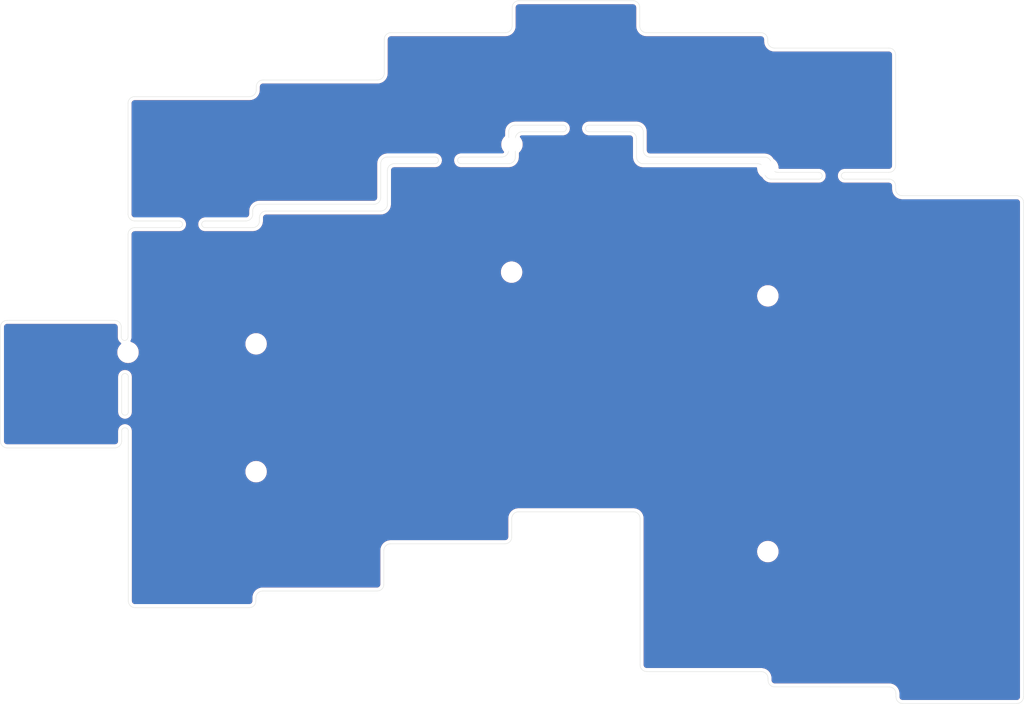
<source format=kicad_pcb>
(kicad_pcb (version 20171130) (host pcbnew "(5.1.5)-3")

  (general
    (thickness 1.6)
    (drawings 145)
    (tracks 0)
    (zones 0)
    (modules 8)
    (nets 1)
  )

  (page A4)
  (layers
    (0 F.Cu signal)
    (31 B.Cu signal)
    (32 B.Adhes user)
    (33 F.Adhes user)
    (34 B.Paste user)
    (35 F.Paste user)
    (36 B.SilkS user)
    (37 F.SilkS user)
    (38 B.Mask user)
    (39 F.Mask user)
    (40 Dwgs.User user)
    (41 Cmts.User user)
    (42 Eco1.User user)
    (43 Eco2.User user)
    (44 Edge.Cuts user)
    (45 Margin user)
    (46 B.CrtYd user)
    (47 F.CrtYd user)
    (48 B.Fab user)
    (49 F.Fab user)
  )

  (setup
    (last_trace_width 0.25)
    (trace_clearance 0.2)
    (zone_clearance 0.508)
    (zone_45_only no)
    (trace_min 0.2)
    (via_size 0.8)
    (via_drill 0.4)
    (via_min_size 0.4)
    (via_min_drill 0.3)
    (uvia_size 0.3)
    (uvia_drill 0.1)
    (uvias_allowed no)
    (uvia_min_size 0.2)
    (uvia_min_drill 0.1)
    (edge_width 0.05)
    (segment_width 0.2)
    (pcb_text_width 0.3)
    (pcb_text_size 1.5 1.5)
    (mod_edge_width 0.12)
    (mod_text_size 1 1)
    (mod_text_width 0.15)
    (pad_size 1.524 1.524)
    (pad_drill 0.762)
    (pad_to_mask_clearance 0.051)
    (solder_mask_min_width 0.25)
    (aux_axis_origin 0 0)
    (visible_elements 7FFFFFFF)
    (pcbplotparams
      (layerselection 0x010f0_ffffffff)
      (usegerberextensions true)
      (usegerberattributes false)
      (usegerberadvancedattributes false)
      (creategerberjobfile false)
      (excludeedgelayer true)
      (linewidth 0.100000)
      (plotframeref false)
      (viasonmask false)
      (mode 1)
      (useauxorigin false)
      (hpglpennumber 1)
      (hpglpenspeed 20)
      (hpglpendiameter 15.000000)
      (psnegative false)
      (psa4output false)
      (plotreference true)
      (plotvalue true)
      (plotinvisibletext false)
      (padsonsilk false)
      (subtractmaskfromsilk true)
      (outputformat 1)
      (mirror false)
      (drillshape 0)
      (scaleselection 1)
      (outputdirectory "Gerbers/"))
  )

  (net 0 "")

  (net_class Default "This is the default net class."
    (clearance 0.2)
    (trace_width 0.25)
    (via_dia 0.8)
    (via_drill 0.4)
    (uvia_dia 0.3)
    (uvia_drill 0.1)
  )

  (module Used_Footprints:Hole_Mount_M4 (layer F.Cu) (tedit 5E452CE9) (tstamp 5E5680D9)
    (at 104.87 110.5565)
    (path /5E45ABA8)
    (fp_text reference HM8 (at -0.01 -2.09) (layer Dwgs.User) hide
      (effects (font (size 1 1) (thickness 0.15)))
    )
    (fp_text value CaseHole (at 0.5 -3.77) (layer Dwgs.User) hide
      (effects (font (size 1 1) (thickness 0.15)))
    )
    (pad "" np_thru_hole circle (at 0 0) (size 2.2 2.2) (drill 2.2) (layers *.Cu *.Mask))
  )

  (module Used_Footprints:Hole_Mount_M4 (layer F.Cu) (tedit 5E452CE9) (tstamp 5E567D12)
    (at 200.145 83.1055)
    (path /5DC0F92C)
    (fp_text reference HM3 (at -0.01 -2.09) (layer Dwgs.User) hide
      (effects (font (size 1 1) (thickness 0.15)))
    )
    (fp_text value CaseHole (at 0.5 -3.77) (layer F.Fab) hide
      (effects (font (size 1 1) (thickness 0.15)))
    )
    (pad "" np_thru_hole circle (at 0 0) (size 2.2 2.2) (drill 2.2) (layers *.Cu *.Mask))
  )

  (module Used_Footprints:Hole_Mount_M4 (layer F.Cu) (tedit 5E452CE9) (tstamp 5E567D0E)
    (at 162.045 79.5812)
    (path /5DC14B86)
    (fp_text reference HM4 (at -0.01 -2.09) (layer Dwgs.User) hide
      (effects (font (size 1 1) (thickness 0.15)))
    )
    (fp_text value CaseHole (at 0.5 -3.77) (layer F.Fab) hide
      (effects (font (size 1 1) (thickness 0.15)))
    )
    (pad "" np_thru_hole circle (at 0 0) (size 2.2 2.2) (drill 2.2) (layers *.Cu *.Mask))
  )

  (module Used_Footprints:Hole_Mount_M4 (layer F.Cu) (tedit 5E452CE9) (tstamp 5E567CFB)
    (at 123.945 128.343)
    (path /5DC1BC7C)
    (fp_text reference HM7 (at -0.01 -2.09) (layer Dwgs.User) hide
      (effects (font (size 1 1) (thickness 0.15)))
    )
    (fp_text value CaseHole (at 0.5 -3.77) (layer Dwgs.User) hide
      (effects (font (size 1 1) (thickness 0.15)))
    )
    (pad "" np_thru_hole circle (at 0 0) (size 2.2 2.2) (drill 2.2) (layers *.Cu *.Mask))
  )

  (module Used_Footprints:Hole_Mount_M4 (layer F.Cu) (tedit 5E452CE9) (tstamp 5E567CE8)
    (at 123.945 109.2992)
    (path /5DC1BC76)
    (fp_text reference HM6 (at -0.01 -2.09) (layer Dwgs.User) hide
      (effects (font (size 1 1) (thickness 0.15)))
    )
    (fp_text value CaseHole (at 0.5 -3.77) (layer F.Fab) hide
      (effects (font (size 1 1) (thickness 0.15)))
    )
    (pad "" np_thru_hole circle (at 0 0) (size 2.2 2.2) (drill 2.2) (layers *.Cu *.Mask))
  )

  (module Used_Footprints:Hole_Mount_M4 (layer F.Cu) (tedit 5E452CE9) (tstamp 5E567CBB)
    (at 161.99 98.6112)
    (path /5DC1BC70)
    (fp_text reference HM5 (at -0.01 -2.09) (layer Dwgs.User) hide
      (effects (font (size 1 1) (thickness 0.15)))
    )
    (fp_text value CaseHole (at 0.5 -3.77) (layer F.Fab) hide
      (effects (font (size 1 1) (thickness 0.15)))
    )
    (pad "" np_thru_hole circle (at 0 0) (size 2.2 2.2) (drill 2.2) (layers *.Cu *.Mask))
  )

  (module Used_Footprints:Hole_Mount_M4 (layer F.Cu) (tedit 5E452CE9) (tstamp 5E567A6B)
    (at 200.145 102.1495)
    (path /5DC0512E)
    (fp_text reference HM2 (at 0.5 -2.77) (layer Dwgs.User) hide
      (effects (font (size 1 1) (thickness 0.15)))
    )
    (fp_text value CaseHole (at 0.5 -3.77) (layer F.Fab) hide
      (effects (font (size 1 1) (thickness 0.15)))
    )
    (pad "" np_thru_hole circle (at 0 0) (size 2.2 2.2) (drill 2.2) (layers *.Cu *.Mask))
  )

  (module Used_Footprints:Hole_Mount_M4 (layer F.Cu) (tedit 5E452CE9) (tstamp 5E5679FB)
    (at 200.145 140.25)
    (path /5DC03D38)
    (fp_text reference HM1 (at 0.5 -2.77) (layer Dwgs.User) hide
      (effects (font (size 1 1) (thickness 0.15)))
    )
    (fp_text value CaseHole (at 0.5 -3.77) (layer F.Fab) hide
      (effects (font (size 1 1) (thickness 0.15)))
    )
    (pad "" np_thru_hole circle (at 0 0) (size 2.2 2.2) (drill 2.2) (layers *.Cu *.Mask))
  )

  (gr_line (start 220.22 162.8925) (end 237.22 162.8925) (layer Edge.Cuts) (width 0.05) (tstamp 5E567FCE))
  (gr_line (start 200.120001 63.93) (end 200.120001 64.216) (layer Edge.Cuts) (width 0.05) (tstamp 5E567FCD))
  (gr_line (start 182.12 158.13) (end 199.17 158.13) (layer Edge.Cuts) (width 0.05) (tstamp 5E567FCC))
  (gr_arc (start 124.970001 70.9785) (end 124.970001 69.9785) (angle -90) (layer Edge.Cuts) (width 0.05) (tstamp 5E567FCB))
  (gr_arc (start 122.970001 71.455) (end 122.970001 72.455) (angle -90) (layer Edge.Cuts) (width 0.05) (tstamp 5E567FCA))
  (gr_line (start 85.87 106.7925) (end 85.87 123.7925) (layer Edge.Cuts) (width 0.05) (tstamp 5E567FC9))
  (gr_arc (start 199.120001 63.93) (end 200.120001 63.93) (angle -90) (layer Edge.Cuts) (width 0.05) (tstamp 5E567FC8))
  (gr_line (start 163.070001 58.1675) (end 180.070001 58.1675) (layer Edge.Cuts) (width 0.05) (tstamp 5E567FC7))
  (gr_line (start 201.17 160.416) (end 218.22 160.42) (layer Edge.Cuts) (width 0.05) (tstamp 5E567FC6))
  (gr_arc (start 180.070001 59.1675) (end 181.070001 59.1675) (angle -90) (layer Edge.Cuts) (width 0.05) (tstamp 5E567FC5))
  (gr_line (start 219.22 161.42) (end 219.22 161.8925) (layer Edge.Cuts) (width 0.05) (tstamp 5E567FC4))
  (gr_line (start 182.070001 62.93) (end 199.120001 62.93) (layer Edge.Cuts) (width 0.05) (tstamp 5E567FC3))
  (gr_line (start 200.17 159.13) (end 200.17 159.416) (layer Edge.Cuts) (width 0.05) (tstamp 5E567FC2))
  (gr_line (start 105.92 148.605) (end 122.92 148.605) (layer Edge.Cuts) (width 0.05) (tstamp 5E567FC1))
  (gr_arc (start 161.070001 61.93) (end 161.070001 62.93) (angle -90) (layer Edge.Cuts) (width 0.05) (tstamp 5E567FC0))
  (gr_arc (start 144.020001 63.93) (end 144.020001 62.93) (angle -90) (layer Edge.Cuts) (width 0.05) (tstamp 5E567FBF))
  (gr_arc (start 182.070001 61.93) (end 181.070001 61.93) (angle -90) (layer Edge.Cuts) (width 0.05) (tstamp 5E567FBE))
  (gr_line (start 124.92 146.1285) (end 141.97 146.1285) (layer Edge.Cuts) (width 0.05) (tstamp 5E567FBD))
  (gr_line (start 123.92 147.1285) (end 123.92 147.605) (layer Edge.Cuts) (width 0.05) (tstamp 5E567FBC))
  (gr_arc (start 163.070001 59.1675) (end 163.070001 58.1675) (angle -90) (layer Edge.Cuts) (width 0.05) (tstamp 5E567FBB))
  (gr_line (start 162.02 135.3175) (end 162.02 138.08) (layer Edge.Cuts) (width 0.05) (tstamp 5E567FBA))
  (gr_line (start 142.97 140.08) (end 142.97 145.1285) (layer Edge.Cuts) (width 0.05) (tstamp 5E567FB9))
  (gr_line (start 124.970001 69.9785) (end 142.020001 69.9785) (layer Edge.Cuts) (width 0.05) (tstamp 5E567FB8))
  (gr_arc (start 142.020001 68.9785) (end 142.020001 69.9785) (angle -90) (layer Edge.Cuts) (width 0.05) (tstamp 5E567FB7))
  (gr_line (start 86.87 105.7925) (end 102.87 105.7925) (layer Edge.Cuts) (width 0.05) (tstamp 5E567FB6))
  (gr_line (start 143.97 139.08) (end 161.02 139.08) (layer Edge.Cuts) (width 0.05) (tstamp 5E567FB5))
  (gr_arc (start 143.97 140.08) (end 143.97 139.08) (angle -90) (layer Edge.Cuts) (width 0.05) (tstamp 5E567FB4))
  (gr_line (start 143.020001 63.93) (end 143.020001 68.9785) (layer Edge.Cuts) (width 0.05) (tstamp 5E567FB3))
  (gr_arc (start 124.92 147.1285) (end 124.92 146.1285) (angle -90) (layer Edge.Cuts) (width 0.05) (tstamp 5E567FB2))
  (gr_arc (start 86.87 106.7925) (end 86.87 105.7925) (angle -90) (layer Edge.Cuts) (width 0.05) (tstamp 5E567FB1))
  (gr_line (start 105.87 72.455) (end 122.970001 72.455) (layer Edge.Cuts) (width 0.05) (tstamp 5E567FB0))
  (gr_line (start 104.92 124.79) (end 104.92 147.605) (layer Edge.Cuts) (width 0.05) (tstamp 5E567FAF))
  (gr_arc (start 122.92 147.605) (end 122.92 148.605) (angle -90) (layer Edge.Cuts) (width 0.05) (tstamp 5E567FAE))
  (gr_arc (start 86.87 123.7925) (end 85.87 123.7925) (angle -90) (layer Edge.Cuts) (width 0.05) (tstamp 5E567FAD))
  (gr_line (start 162.070001 59.1675) (end 162.070001 61.93) (layer Edge.Cuts) (width 0.05) (tstamp 5E567FAC))
  (gr_arc (start 237.22 161.8925) (end 237.22 162.8925) (angle -90) (layer Edge.Cuts) (width 0.05) (tstamp 5E567FAB))
  (gr_line (start 86.87 124.7925) (end 102.92 124.7925) (layer Edge.Cuts) (width 0.05) (tstamp 5E567FAA))
  (gr_line (start 123.970001 70.9785) (end 123.970001 71.455) (layer Edge.Cuts) (width 0.05) (tstamp 5E567FA9))
  (gr_arc (start 220.22 161.8925) (end 219.22 161.8925) (angle -90) (layer Edge.Cuts) (width 0.05) (tstamp 5E567FA8))
  (gr_arc (start 182.12 157.13) (end 181.12 157.13) (angle -90) (layer Edge.Cuts) (width 0.05) (tstamp 5E567FA7))
  (gr_line (start 181.070001 59.1675) (end 181.070001 61.93) (layer Edge.Cuts) (width 0.05) (tstamp 5E567FA6))
  (gr_line (start 181.12 157.13) (end 181.12 135.3175) (layer Edge.Cuts) (width 0.05) (tstamp 5E567FA5))
  (gr_line (start 201.120001 65.216) (end 218.17 65.216) (layer Edge.Cuts) (width 0.05) (tstamp 5E567FA4))
  (gr_line (start 219.17 82.75) (end 219.17 66.216) (layer Edge.Cuts) (width 0.05) (tstamp 5E567FA3))
  (gr_arc (start 161.02 138.08) (end 161.02 139.08) (angle -90) (layer Edge.Cuts) (width 0.05) (tstamp 5E567FA2))
  (gr_line (start 238.22 161.8925) (end 238.22 88.2265) (layer Edge.Cuts) (width 0.05) (tstamp 5E567FA1))
  (gr_line (start 144.020001 62.93) (end 161.070001 62.93) (layer Edge.Cuts) (width 0.05) (tstamp 5E567FA0))
  (gr_line (start 163.02 134.3175) (end 180.12 134.3175) (layer Edge.Cuts) (width 0.05) (tstamp 5E567F9F))
  (gr_line (start 207.739901 84.750099) (end 200.65 84.75) (layer Edge.Cuts) (width 0.05) (tstamp 5E567F9E))
  (gr_arc (start 201.120001 64.216) (end 200.120001 64.216) (angle -90) (layer Edge.Cuts) (width 0.05) (tstamp 5E567F9D))
  (gr_line (start 220.17 87.2265) (end 237.22 87.2265) (layer Edge.Cuts) (width 0.05) (tstamp 5E567F9C))
  (gr_line (start 112.489802 90.979901) (end 105.87 90.98) (layer Edge.Cuts) (width 0.05) (tstamp 5E567F9B))
  (gr_arc (start 201.17 159.416) (end 200.17 159.416) (angle -90) (layer Edge.Cuts) (width 0.05) (tstamp 5E567F9A))
  (gr_arc (start 105.87 73.455) (end 105.87 72.455) (angle -90) (layer Edge.Cuts) (width 0.05) (tstamp 5E567F99))
  (gr_line (start 112.489802 91.980099) (end 105.87 91.98) (layer Edge.Cuts) (width 0.05) (tstamp 5E567F98))
  (gr_arc (start 102.87 106.7925) (end 103.87 106.7925) (angle -90) (layer Edge.Cuts) (width 0.05) (tstamp 5E567F97))
  (gr_line (start 199.65 81.46) (end 182.59 81.46) (layer Edge.Cuts) (width 0.05) (tstamp 5E567F96))
  (gr_arc (start 218.17 66.216) (end 219.17 66.216) (angle -90) (layer Edge.Cuts) (width 0.05) (tstamp 5E567F95))
  (gr_line (start 207.739901 83.749901) (end 201.65 83.75) (layer Edge.Cuts) (width 0.05) (tstamp 5E567F94))
  (gr_line (start 200.65 82.75) (end 200.65 82.46) (layer Edge.Cuts) (width 0.05) (tstamp 5E567F93))
  (gr_arc (start 102.92 123.7925) (end 102.92 124.7925) (angle -90) (layer Edge.Cuts) (width 0.05) (tstamp 5E567F92))
  (gr_arc (start 199.17 159.13) (end 200.17 159.13) (angle -90) (layer Edge.Cuts) (width 0.05) (tstamp 5E567F91))
  (gr_arc (start 105.92 147.605) (end 104.92 147.605) (angle -90) (layer Edge.Cuts) (width 0.05) (tstamp 5E567F90))
  (gr_arc (start 163.02 135.3175) (end 163.02 134.3175) (angle -90) (layer Edge.Cuts) (width 0.05) (tstamp 5E567F8F))
  (gr_arc (start 141.97 145.1285) (end 141.97 146.1285) (angle -90) (layer Edge.Cuts) (width 0.05) (tstamp 5E567F8E))
  (gr_arc (start 237.22 88.2265) (end 238.22 88.2265) (angle -90) (layer Edge.Cuts) (width 0.05) (tstamp 5E567F8D))
  (gr_line (start 181.59 80.46) (end 181.59 77.7) (layer Edge.Cuts) (width 0.05) (tstamp 5E567F8C))
  (gr_arc (start 180.12 135.3175) (end 181.12 135.3175) (angle -90) (layer Edge.Cuts) (width 0.05) (tstamp 5E567F8B))
  (gr_arc (start 105.87 92.98) (end 105.87 91.98) (angle -90) (layer Edge.Cuts) (width 0.05) (tstamp 5E567F8A))
  (gr_line (start 169.639901 76.699901) (end 162.55 76.7) (layer Edge.Cuts) (width 0.05) (tstamp 5E567F89))
  (gr_arc (start 105.87 89.98) (end 104.87 89.98) (angle -90) (layer Edge.Cuts) (width 0.05) (tstamp 5E567F88))
  (gr_arc (start 123.44 90.98) (end 123.44 91.98) (angle -90) (layer Edge.Cuts) (width 0.05) (tstamp 5E567F87))
  (gr_arc (start 124.44 89.5) (end 124.44 88.5) (angle -90) (layer Edge.Cuts) (width 0.05) (tstamp 5E567F86))
  (gr_arc (start 141.5 87.5) (end 141.5 88.5) (angle -90) (layer Edge.Cuts) (width 0.05) (tstamp 5E567F85))
  (gr_arc (start 143.5 82.45) (end 143.5 81.45) (angle -90) (layer Edge.Cuts) (width 0.05) (tstamp 5E567F84))
  (gr_line (start 162.55 81.45) (end 162.55 78.7) (layer Edge.Cuts) (width 0.05) (tstamp 5E567F83))
  (gr_line (start 163.55 77.7) (end 169.639901 77.700099) (layer Edge.Cuts) (width 0.05) (tstamp 5E567F82))
  (gr_arc (start 144.5 83.45) (end 144.5 82.45) (angle -90) (layer Edge.Cuts) (width 0.05) (tstamp 5E567F81))
  (gr_line (start 181.59 82.46) (end 198.65 82.46) (layer Edge.Cuts) (width 0.05) (tstamp 5E567F80))
  (gr_line (start 199.65 83.46) (end 199.65 83.75) (layer Edge.Cuts) (width 0.05) (tstamp 5E567F7F))
  (gr_line (start 161.55 77.7) (end 161.55 80.45) (layer Edge.Cuts) (width 0.05) (tstamp 5E567F7E))
  (gr_line (start 150.589901 81.449901) (end 143.5 81.45) (layer Edge.Cuts) (width 0.05) (tstamp 5E567F7D))
  (gr_arc (start 125.44 90.5) (end 125.44 89.5) (angle -90) (layer Edge.Cuts) (width 0.05) (tstamp 5E567F7C))
  (gr_line (start 142.5 82.45) (end 142.5 87.5) (layer Edge.Cuts) (width 0.05) (tstamp 5E567F7B))
  (gr_line (start 141.5 88.5) (end 124.44 88.5) (layer Edge.Cuts) (width 0.05) (tstamp 5E567F7A))
  (gr_line (start 123.44 89.5) (end 123.44 89.98) (layer Edge.Cuts) (width 0.05) (tstamp 5E567F79))
  (gr_arc (start 122.44 89.98) (end 122.44 90.98) (angle -90) (layer Edge.Cuts) (width 0.05) (tstamp 5E567F78))
  (gr_line (start 124.44 90.98) (end 124.44 90.5) (layer Edge.Cuts) (width 0.05) (tstamp 5E567F77))
  (gr_line (start 144.5 82.45) (end 150.589901 82.450099) (layer Edge.Cuts) (width 0.05) (tstamp 5E567F76))
  (gr_arc (start 142.5 88.5) (end 142.5 89.5) (angle -90) (layer Edge.Cuts) (width 0.05) (tstamp 5E567F75))
  (gr_arc (start 161.55 81.45) (end 161.55 82.45) (angle -90) (layer Edge.Cuts) (width 0.05) (tstamp 5E567F74))
  (gr_line (start 180.59 78.7) (end 180.59 81.46) (layer Edge.Cuts) (width 0.05) (tstamp 5E567F73))
  (gr_line (start 125.44 89.5) (end 142.5 89.5) (layer Edge.Cuts) (width 0.05) (tstamp 5E567F72))
  (gr_line (start 143.5 88.5) (end 143.5 83.45) (layer Edge.Cuts) (width 0.05) (tstamp 5E567F71))
  (gr_arc (start 112.489802 91.48) (end 112.989901 91.48) (angle -90) (layer Edge.Cuts) (width 0.05) (tstamp 5E567F70))
  (gr_arc (start 207.739901 84.25) (end 207.739901 84.750099) (angle -90) (layer Edge.Cuts) (width 0.05) (tstamp 5E567F6F))
  (gr_arc (start 211.590099 84.25) (end 211.590099 83.749901) (angle -90) (layer Edge.Cuts) (width 0.05) (tstamp 5E567F6E))
  (gr_arc (start 116.350099 91.48) (end 115.85 91.48) (angle -90) (layer Edge.Cuts) (width 0.05) (tstamp 5E567F6D))
  (gr_arc (start 180.59 77.7) (end 181.59 77.7) (angle -90) (layer Edge.Cuts) (width 0.05) (tstamp 5E567F6C))
  (gr_arc (start 150.589901 81.95) (end 150.589901 82.450099) (angle -90) (layer Edge.Cuts) (width 0.05) (tstamp 5E567F6B))
  (gr_arc (start 181.59 81.46) (end 180.59 81.46) (angle -90) (layer Edge.Cuts) (width 0.05) (tstamp 5E567F6A))
  (gr_arc (start 198.65 83.46) (end 199.65 83.46) (angle -90) (layer Edge.Cuts) (width 0.05) (tstamp 5E567F69))
  (gr_arc (start 150.589901 81.95) (end 151.09 81.95) (angle -90) (layer Edge.Cuts) (width 0.05) (tstamp 5E567F68))
  (gr_arc (start 207.739901 84.25) (end 208.24 84.25) (angle -90) (layer Edge.Cuts) (width 0.05) (tstamp 5E567F67))
  (gr_arc (start 201.65 82.75) (end 200.65 82.75) (angle -90) (layer Edge.Cuts) (width 0.05) (tstamp 5E567F66))
  (gr_arc (start 112.489802 91.48) (end 112.489802 91.980099) (angle -90) (layer Edge.Cuts) (width 0.05) (tstamp 5E567F65))
  (gr_arc (start 218.17 82.75) (end 218.17 83.75) (angle -90) (layer Edge.Cuts) (width 0.05) (tstamp 5E567F64))
  (gr_arc (start 160.55 80.45) (end 160.55 81.45) (angle -90) (layer Edge.Cuts) (width 0.05) (tstamp 5E567F63))
  (gr_arc (start 163.55 78.7) (end 163.55 77.7) (angle -90) (layer Edge.Cuts) (width 0.05) (tstamp 5E567F62))
  (gr_arc (start 211.590099 84.25) (end 211.09 84.25) (angle -90) (layer Edge.Cuts) (width 0.05) (tstamp 5E567F61))
  (gr_arc (start 162.55 77.7) (end 162.55 76.7) (angle -90) (layer Edge.Cuts) (width 0.05) (tstamp 5E567F60))
  (gr_arc (start 179.59 78.7) (end 180.59 78.7) (angle -90) (layer Edge.Cuts) (width 0.05) (tstamp 5E567F5F))
  (gr_arc (start 116.350198 91.48) (end 116.350198 90.979901) (angle -90) (layer Edge.Cuts) (width 0.05) (tstamp 5E567F5E))
  (gr_arc (start 200.65 83.75) (end 199.65 83.75) (angle -90) (layer Edge.Cuts) (width 0.05) (tstamp 5E567F5D))
  (gr_line (start 104.87 89.98) (end 104.87 73.455) (layer Edge.Cuts) (width 0.05) (tstamp 5E567F5C))
  (gr_arc (start 182.59 80.46) (end 181.59 80.46) (angle -90) (layer Edge.Cuts) (width 0.05) (tstamp 5E567F5B))
  (gr_arc (start 199.65 82.46) (end 200.65 82.46) (angle -90) (layer Edge.Cuts) (width 0.05) (tstamp 5E567F5A))
  (gr_arc (start 218.22 161.42) (end 219.22 161.42) (angle -90) (layer Edge.Cuts) (width 0.05) (tstamp 5E567D3B))
  (gr_arc (start 169.639901 77.2) (end 170.14 77.2) (angle -90) (layer Edge.Cuts) (width 0.05) (tstamp 5E567D3A))
  (gr_arc (start 169.639901 77.2) (end 169.639901 77.700099) (angle -90) (layer Edge.Cuts) (width 0.05) (tstamp 5E567D39))
  (gr_line (start 211.590099 84.750099) (end 218.17 84.75) (layer Edge.Cuts) (width 0.05) (tstamp 5E567D38))
  (gr_arc (start 173.500198 77.2) (end 173.500198 76.699901) (angle -90) (layer Edge.Cuts) (width 0.05) (tstamp 5E567D37))
  (gr_line (start 173.500198 77.700099) (end 179.59 77.7) (layer Edge.Cuts) (width 0.05) (tstamp 5E567D36))
  (gr_line (start 219.17 85.75) (end 219.17 86.2265) (layer Edge.Cuts) (width 0.05) (tstamp 5E567D35))
  (gr_line (start 154.450198 81.449901) (end 160.55 81.45) (layer Edge.Cuts) (width 0.05) (tstamp 5E567D34))
  (gr_line (start 154.450198 82.450099) (end 161.55 82.45) (layer Edge.Cuts) (width 0.05) (tstamp 5E567D33))
  (gr_line (start 211.590099 83.749901) (end 218.17 83.749901) (layer Edge.Cuts) (width 0.05) (tstamp 5E567D32))
  (gr_arc (start 104.369901 108.29) (end 103.869802 108.29) (angle -180) (layer Edge.Cuts) (width 0.05) (tstamp 5E567D31))
  (gr_line (start 104.87 92.98) (end 104.87 108.29) (layer Edge.Cuts) (width 0.05) (tstamp 5E567D30))
  (gr_arc (start 104.419901 122.29) (end 104.92 122.29) (angle -180) (layer Edge.Cuts) (width 0.05) (tstamp 5E567D2F))
  (gr_arc (start 154.450198 81.95) (end 153.950099 81.95) (angle -90) (layer Edge.Cuts) (width 0.05) (tstamp 5E567D2E))
  (gr_line (start 104.92 124.79) (end 104.92 122.29) (layer Edge.Cuts) (width 0.05) (tstamp 5E567D2D))
  (gr_line (start 173.500198 76.699901) (end 180.59 76.7) (layer Edge.Cuts) (width 0.05) (tstamp 5E567D2C))
  (gr_arc (start 154.450198 81.95) (end 154.450198 81.449901) (angle -90) (layer Edge.Cuts) (width 0.05) (tstamp 5E567D2B))
  (gr_arc (start 218.17 85.75) (end 219.17 85.75) (angle -90) (layer Edge.Cuts) (width 0.05) (tstamp 5E567D2A))
  (gr_line (start 116.350198 90.979901) (end 122.44 90.979901) (layer Edge.Cuts) (width 0.05) (tstamp 5E567D29))
  (gr_line (start 116.350099 91.980099) (end 123.44 91.980099) (layer Edge.Cuts) (width 0.05) (tstamp 5E567D28))
  (gr_arc (start 220.17 86.2265) (end 219.17 86.2265) (angle -90) (layer Edge.Cuts) (width 0.05) (tstamp 5E567D27))
  (gr_arc (start 173.500198 77.2) (end 173.000099 77.2) (angle -90) (layer Edge.Cuts) (width 0.05) (tstamp 5E567D26))
  (gr_line (start 103.869802 108.29) (end 103.87 106.7925) (layer Edge.Cuts) (width 0.05) (tstamp 5E567D25))
  (gr_arc (start 104.419901 114.21) (end 104.92 114.21) (angle -180) (layer Edge.Cuts) (width 0.05) (tstamp 5E5675D3))
  (gr_arc (start 104.42 119.43) (end 103.919901 119.43) (angle -180) (layer Edge.Cuts) (width 0.05) (tstamp 5E5675D2))
  (gr_line (start 104.920099 119.43) (end 104.92 114.21) (layer Edge.Cuts) (width 0.05) (tstamp 5E5675D1))
  (gr_line (start 103.919802 114.21) (end 103.919901 119.43) (layer Edge.Cuts) (width 0.05) (tstamp 5E5675D0))
  (gr_line (start 103.92 123.7925) (end 103.919802 122.29) (layer Edge.Cuts) (width 0.05) (tstamp 5E5675CF))

  (zone (net 0) (net_name "") (layer B.Cu) (tstamp 5E654118) (hatch edge 0.508)
    (connect_pads (clearance 0.508))
    (min_thickness 0.254)
    (fill yes (arc_segments 32) (thermal_gap 0.508) (thermal_bridge_width 0.508))
    (polygon
      (pts
        (xy 85.81 105.76) (xy 85.81 124.86) (xy 104.81 124.86) (xy 104.81 148.66) (xy 124.01 148.66)
        (xy 124.01 146.26) (xy 143.01 146.26) (xy 143.01 139.16) (xy 162.11 139.16) (xy 162.11 134.46)
        (xy 181.01 134.46) (xy 181.01 158.26) (xy 200.11 158.26) (xy 200.11 160.46) (xy 219.11 160.46)
        (xy 219.11 162.96) (xy 238.31 162.96) (xy 238.31 87.16) (xy 219.31 87.16) (xy 219.31 65.16)
        (xy 200.21 65.16) (xy 200.21 62.86) (xy 181.2 62.86) (xy 181.2 58.06) (xy 162.01 58.06)
        (xy 162.01 62.96) (xy 142.91 62.96) (xy 142.91 69.86) (xy 123.91 69.86) (xy 123.91 72.36)
        (xy 104.81 72.36) (xy 104.81 105.76)
      )
    )
    (filled_polygon
      (pts
        (xy 180.135425 58.83708) (xy 180.198357 58.85608) (xy 180.256406 58.886945) (xy 180.307344 58.928489) (xy 180.349249 58.979144)
        (xy 180.380516 59.036971) (xy 180.399957 59.099772) (xy 180.410001 59.195336) (xy 180.410002 61.962419) (xy 180.412784 61.990664)
        (xy 180.412741 61.996801) (xy 180.413641 62.005972) (xy 180.434042 62.200069) (xy 180.446069 62.258658) (xy 180.457278 62.317423)
        (xy 180.459942 62.326245) (xy 180.517654 62.512683) (xy 180.540839 62.567838) (xy 180.563243 62.623291) (xy 180.567569 62.631427)
        (xy 180.660394 62.803104) (xy 180.693847 62.852699) (xy 180.726601 62.902753) (xy 180.732425 62.909894) (xy 180.856829 63.060272)
        (xy 180.899264 63.102411) (xy 180.941127 63.145161) (xy 180.948228 63.151034) (xy 181.09947 63.274384) (xy 181.149278 63.307477)
        (xy 181.198652 63.341284) (xy 181.206758 63.345667) (xy 181.379081 63.437292) (xy 181.434393 63.46009) (xy 181.489367 63.483652)
        (xy 181.49817 63.486377) (xy 181.685007 63.542786) (xy 181.743687 63.554405) (xy 181.802197 63.566842) (xy 181.811362 63.567805)
        (xy 182.005595 63.58685) (xy 182.005599 63.58685) (xy 182.037582 63.59) (xy 199.087722 63.59) (xy 199.185425 63.59958)
        (xy 199.248357 63.61858) (xy 199.306406 63.649445) (xy 199.357344 63.690989) (xy 199.399249 63.741644) (xy 199.430516 63.799471)
        (xy 199.449957 63.862272) (xy 199.460001 63.957835) (xy 199.460001 64.248419) (xy 199.462784 64.276674) (xy 199.462741 64.282801)
        (xy 199.463641 64.291972) (xy 199.484042 64.486069) (xy 199.496069 64.544658) (xy 199.507278 64.603423) (xy 199.509942 64.612245)
        (xy 199.567654 64.798683) (xy 199.590839 64.853838) (xy 199.613243 64.909291) (xy 199.617569 64.917427) (xy 199.710394 65.089104)
        (xy 199.743847 65.138699) (xy 199.776601 65.188753) (xy 199.782425 65.195894) (xy 199.906829 65.346272) (xy 199.949264 65.388411)
        (xy 199.991127 65.431161) (xy 199.998228 65.437034) (xy 200.14947 65.560384) (xy 200.199278 65.593477) (xy 200.248652 65.627284)
        (xy 200.256758 65.631667) (xy 200.429081 65.723292) (xy 200.484393 65.74609) (xy 200.539367 65.769652) (xy 200.54817 65.772377)
        (xy 200.735007 65.828786) (xy 200.793687 65.840405) (xy 200.852197 65.852842) (xy 200.861362 65.853805) (xy 201.055595 65.87285)
        (xy 201.055599 65.87285) (xy 201.087582 65.876) (xy 218.137721 65.876) (xy 218.235424 65.88558) (xy 218.298356 65.90458)
        (xy 218.356405 65.935445) (xy 218.407343 65.976989) (xy 218.449248 66.027644) (xy 218.480515 66.085471) (xy 218.499956 66.148272)
        (xy 218.510001 66.243845) (xy 218.51 82.717721) (xy 218.50042 82.815424) (xy 218.48142 82.878357) (xy 218.450554 82.936406)
        (xy 218.409011 82.987343) (xy 218.358356 83.029248) (xy 218.300529 83.060515) (xy 218.237728 83.079956) (xy 218.143107 83.089901)
        (xy 211.55768 83.089901) (xy 211.52977 83.09265) (xy 211.526792 83.092629) (xy 211.517621 83.093528) (xy 211.469459 83.09859)
        (xy 211.460716 83.099451) (xy 211.460424 83.099539) (xy 211.420553 83.10373) (xy 211.361944 83.115761) (xy 211.303192 83.126968)
        (xy 211.294371 83.129632) (xy 211.201134 83.158494) (xy 211.145978 83.18168) (xy 211.090529 83.204082) (xy 211.082392 83.208408)
        (xy 210.996536 83.25483) (xy 210.946929 83.28829) (xy 210.896889 83.321035) (xy 210.889748 83.32686) (xy 210.814544 83.389074)
        (xy 210.772419 83.431494) (xy 210.729653 83.473374) (xy 210.723779 83.480474) (xy 210.662092 83.556111) (xy 210.629008 83.605906)
        (xy 210.595194 83.655289) (xy 210.590812 83.663396) (xy 210.54499 83.749574) (xy 210.522217 83.804825) (xy 210.498627 83.859864)
        (xy 210.495903 83.868667) (xy 210.467693 83.962105) (xy 210.456079 84.020761) (xy 210.443637 84.079296) (xy 210.442674 84.088461)
        (xy 210.43315 84.185597) (xy 210.43315 84.214405) (xy 210.430036 84.243054) (xy 210.430004 84.252269) (xy 210.430016 84.25576)
        (xy 210.43293 84.284459) (xy 210.432728 84.313307) (xy 210.433627 84.322478) (xy 210.443829 84.419546) (xy 210.45586 84.478155)
        (xy 210.467067 84.536907) (xy 210.469731 84.545728) (xy 210.498593 84.638965) (xy 210.521773 84.694108) (xy 210.544181 84.749571)
        (xy 210.548507 84.757707) (xy 210.59493 84.843564) (xy 210.628378 84.893154) (xy 210.661134 84.94321) (xy 210.666955 84.950346)
        (xy 210.666959 84.950352) (xy 210.666964 84.950357) (xy 210.729172 85.025555) (xy 210.771645 85.067732) (xy 210.813473 85.110446)
        (xy 210.820568 85.116315) (xy 210.820572 85.116319) (xy 210.820574 85.11632) (xy 210.89621 85.178007) (xy 210.946 85.211087)
        (xy 210.995389 85.244905) (xy 211.003495 85.249287) (xy 211.089673 85.29511) (xy 211.14497 85.317902) (xy 211.199964 85.341472)
        (xy 211.208767 85.344196) (xy 211.302204 85.372407) (xy 211.360897 85.384028) (xy 211.419395 85.396462) (xy 211.42856 85.397425)
        (xy 211.525696 85.406949) (xy 211.525704 85.406949) (xy 211.55769 85.410099) (xy 218.13772 85.41) (xy 218.235424 85.41958)
        (xy 218.298356 85.43858) (xy 218.356405 85.469445) (xy 218.407343 85.510989) (xy 218.449248 85.561644) (xy 218.480515 85.619471)
        (xy 218.499956 85.682272) (xy 218.51 85.777835) (xy 218.51 86.258919) (xy 218.512783 86.287174) (xy 218.51274 86.293301)
        (xy 218.51364 86.302472) (xy 218.534041 86.496569) (xy 218.546068 86.555158) (xy 218.557277 86.613923) (xy 218.559941 86.622745)
        (xy 218.617653 86.809183) (xy 218.640838 86.864338) (xy 218.663242 86.919791) (xy 218.667568 86.927927) (xy 218.760393 87.099604)
        (xy 218.793846 87.149199) (xy 218.8266 87.199253) (xy 218.832424 87.206394) (xy 218.956828 87.356772) (xy 218.999263 87.398911)
        (xy 219.041126 87.441661) (xy 219.048227 87.447534) (xy 219.199469 87.570884) (xy 219.249277 87.603977) (xy 219.298651 87.637784)
        (xy 219.306757 87.642167) (xy 219.47908 87.733792) (xy 219.534392 87.75659) (xy 219.589366 87.780152) (xy 219.598169 87.782877)
        (xy 219.785006 87.839286) (xy 219.843686 87.850905) (xy 219.902196 87.863342) (xy 219.911361 87.864305) (xy 220.105594 87.88335)
        (xy 220.105598 87.88335) (xy 220.137581 87.8865) (xy 237.187721 87.8865) (xy 237.285424 87.89608) (xy 237.348356 87.91508)
        (xy 237.406405 87.945945) (xy 237.457343 87.987489) (xy 237.499248 88.038144) (xy 237.530515 88.095971) (xy 237.549956 88.158772)
        (xy 237.560001 88.254345) (xy 237.56 161.860221) (xy 237.55042 161.957924) (xy 237.53142 162.020857) (xy 237.500554 162.078906)
        (xy 237.459011 162.129843) (xy 237.408356 162.171748) (xy 237.350529 162.203015) (xy 237.287728 162.222456) (xy 237.192165 162.2325)
        (xy 220.252279 162.2325) (xy 220.154576 162.22292) (xy 220.091643 162.20392) (xy 220.033594 162.173054) (xy 219.982657 162.131511)
        (xy 219.940752 162.080856) (xy 219.909485 162.023029) (xy 219.890044 161.960228) (xy 219.88 161.864665) (xy 219.88 161.387581)
        (xy 219.877217 161.359326) (xy 219.87726 161.353199) (xy 219.87636 161.344028) (xy 219.855959 161.149931) (xy 219.843934 161.091348)
        (xy 219.832723 161.032577) (xy 219.830059 161.023755) (xy 219.772347 160.837317) (xy 219.749162 160.782162) (xy 219.726758 160.726709)
        (xy 219.722432 160.718573) (xy 219.629607 160.546896) (xy 219.596139 160.497278) (xy 219.5634 160.447247) (xy 219.557576 160.440106)
        (xy 219.433172 160.289728) (xy 219.390737 160.247589) (xy 219.348874 160.204839) (xy 219.341773 160.198966) (xy 219.190531 160.075616)
        (xy 219.140738 160.042534) (xy 219.091349 160.008716) (xy 219.083243 160.004333) (xy 218.910921 159.912708) (xy 218.855606 159.889909)
        (xy 218.800634 159.866348) (xy 218.791831 159.863623) (xy 218.604995 159.807214) (xy 218.546307 159.795594) (xy 218.487804 159.783158)
        (xy 218.478639 159.782195) (xy 218.284405 159.76315) (xy 218.284397 159.76315) (xy 218.252573 159.760008) (xy 201.202362 159.756008)
        (xy 201.104576 159.74642) (xy 201.041643 159.72742) (xy 200.983594 159.696554) (xy 200.932657 159.655011) (xy 200.890752 159.604356)
        (xy 200.859485 159.546529) (xy 200.840044 159.483728) (xy 200.83 159.388165) (xy 200.83 159.097581) (xy 200.827217 159.069326)
        (xy 200.82726 159.063199) (xy 200.82636 159.054028) (xy 200.805959 158.859931) (xy 200.793934 158.801348) (xy 200.782723 158.742577)
        (xy 200.780059 158.733755) (xy 200.722347 158.547317) (xy 200.699162 158.492162) (xy 200.676758 158.436709) (xy 200.672432 158.428573)
        (xy 200.579607 158.256896) (xy 200.546139 158.207278) (xy 200.5134 158.157247) (xy 200.507576 158.150106) (xy 200.383172 157.999728)
        (xy 200.340737 157.957589) (xy 200.298874 157.914839) (xy 200.291773 157.908966) (xy 200.140531 157.785616) (xy 200.090738 157.752534)
        (xy 200.041349 157.718716) (xy 200.033243 157.714333) (xy 199.860921 157.622708) (xy 199.805606 157.599909) (xy 199.750634 157.576348)
        (xy 199.741831 157.573623) (xy 199.554995 157.517214) (xy 199.496307 157.505594) (xy 199.437804 157.493158) (xy 199.428639 157.492195)
        (xy 199.234405 157.47315) (xy 199.234402 157.47315) (xy 199.202419 157.47) (xy 182.152279 157.47) (xy 182.054576 157.46042)
        (xy 181.991643 157.44142) (xy 181.933594 157.410554) (xy 181.882657 157.369011) (xy 181.840752 157.318356) (xy 181.809485 157.260529)
        (xy 181.790044 157.197728) (xy 181.78 157.102165) (xy 181.78 140.079117) (xy 198.41 140.079117) (xy 198.41 140.420883)
        (xy 198.476675 140.756081) (xy 198.607463 141.071831) (xy 198.797337 141.355998) (xy 199.039002 141.597663) (xy 199.323169 141.787537)
        (xy 199.638919 141.918325) (xy 199.974117 141.985) (xy 200.315883 141.985) (xy 200.651081 141.918325) (xy 200.966831 141.787537)
        (xy 201.250998 141.597663) (xy 201.492663 141.355998) (xy 201.682537 141.071831) (xy 201.813325 140.756081) (xy 201.88 140.420883)
        (xy 201.88 140.079117) (xy 201.813325 139.743919) (xy 201.682537 139.428169) (xy 201.492663 139.144002) (xy 201.250998 138.902337)
        (xy 200.966831 138.712463) (xy 200.651081 138.581675) (xy 200.315883 138.515) (xy 199.974117 138.515) (xy 199.638919 138.581675)
        (xy 199.323169 138.712463) (xy 199.039002 138.902337) (xy 198.797337 139.144002) (xy 198.607463 139.428169) (xy 198.476675 139.743919)
        (xy 198.41 140.079117) (xy 181.78 140.079117) (xy 181.78 135.285081) (xy 181.777217 135.256826) (xy 181.77726 135.250699)
        (xy 181.77636 135.241528) (xy 181.755959 135.047431) (xy 181.743934 134.988848) (xy 181.732723 134.930077) (xy 181.730059 134.921255)
        (xy 181.672347 134.734817) (xy 181.649162 134.679662) (xy 181.626758 134.624209) (xy 181.622432 134.616073) (xy 181.529607 134.444396)
        (xy 181.496139 134.394778) (xy 181.4634 134.344747) (xy 181.457576 134.337606) (xy 181.333172 134.187228) (xy 181.290737 134.145089)
        (xy 181.248874 134.102339) (xy 181.241773 134.096466) (xy 181.090531 133.973116) (xy 181.040738 133.940034) (xy 180.991349 133.906216)
        (xy 180.983243 133.901833) (xy 180.810921 133.810208) (xy 180.755606 133.787409) (xy 180.700634 133.763848) (xy 180.691831 133.761123)
        (xy 180.504995 133.704714) (xy 180.446307 133.693094) (xy 180.387804 133.680658) (xy 180.378639 133.679695) (xy 180.184405 133.66065)
        (xy 180.184402 133.66065) (xy 180.152419 133.6575) (xy 162.987581 133.6575) (xy 162.959326 133.660283) (xy 162.953199 133.66024)
        (xy 162.944028 133.66114) (xy 162.749931 133.681541) (xy 162.691348 133.693566) (xy 162.632577 133.704777) (xy 162.623755 133.707441)
        (xy 162.437317 133.765153) (xy 162.382162 133.788338) (xy 162.326709 133.810742) (xy 162.318573 133.815068) (xy 162.146896 133.907893)
        (xy 162.097278 133.941361) (xy 162.047247 133.9741) (xy 162.040106 133.979924) (xy 161.889728 134.104328) (xy 161.847589 134.146763)
        (xy 161.804839 134.188626) (xy 161.798966 134.195727) (xy 161.675616 134.346969) (xy 161.642534 134.396762) (xy 161.608716 134.446151)
        (xy 161.604333 134.454257) (xy 161.512708 134.626579) (xy 161.489909 134.681894) (xy 161.466348 134.736866) (xy 161.463623 134.745669)
        (xy 161.407214 134.932505) (xy 161.395594 134.991193) (xy 161.383158 135.049696) (xy 161.382195 135.058861) (xy 161.36315 135.253095)
        (xy 161.36 135.285082) (xy 161.360001 138.047711) (xy 161.35042 138.145424) (xy 161.33142 138.208357) (xy 161.300554 138.266406)
        (xy 161.259011 138.317343) (xy 161.208356 138.359248) (xy 161.150529 138.390515) (xy 161.087728 138.409956) (xy 160.992165 138.42)
        (xy 143.937581 138.42) (xy 143.909326 138.422783) (xy 143.903199 138.42274) (xy 143.894028 138.42364) (xy 143.699931 138.444041)
        (xy 143.641348 138.456066) (xy 143.582577 138.467277) (xy 143.573755 138.469941) (xy 143.387317 138.527653) (xy 143.332162 138.550838)
        (xy 143.276709 138.573242) (xy 143.268573 138.577568) (xy 143.096896 138.670393) (xy 143.047278 138.703861) (xy 142.997247 138.7366)
        (xy 142.990106 138.742424) (xy 142.839728 138.866828) (xy 142.797589 138.909263) (xy 142.754839 138.951126) (xy 142.748966 138.958227)
        (xy 142.625616 139.109469) (xy 142.592534 139.159262) (xy 142.558716 139.208651) (xy 142.554333 139.216757) (xy 142.462708 139.389079)
        (xy 142.439909 139.444394) (xy 142.416348 139.499366) (xy 142.413623 139.508169) (xy 142.357214 139.695005) (xy 142.345594 139.753693)
        (xy 142.333158 139.812196) (xy 142.332195 139.821361) (xy 142.31315 140.015595) (xy 142.31 140.047582) (xy 142.310001 145.096211)
        (xy 142.30042 145.193924) (xy 142.28142 145.256857) (xy 142.250554 145.314906) (xy 142.209011 145.365843) (xy 142.158356 145.407748)
        (xy 142.100529 145.439015) (xy 142.037728 145.458456) (xy 141.942165 145.4685) (xy 124.887581 145.4685) (xy 124.859326 145.471283)
        (xy 124.853199 145.47124) (xy 124.844028 145.47214) (xy 124.649931 145.492541) (xy 124.591348 145.504566) (xy 124.532577 145.515777)
        (xy 124.523755 145.518441) (xy 124.337317 145.576153) (xy 124.282162 145.599338) (xy 124.226709 145.621742) (xy 124.218573 145.626068)
        (xy 124.046896 145.718893) (xy 123.997278 145.752361) (xy 123.947247 145.7851) (xy 123.940106 145.790924) (xy 123.789728 145.915328)
        (xy 123.747589 145.957763) (xy 123.704839 145.999626) (xy 123.698966 146.006727) (xy 123.575616 146.157969) (xy 123.542534 146.207762)
        (xy 123.508716 146.257151) (xy 123.504333 146.265257) (xy 123.412708 146.437579) (xy 123.389909 146.492894) (xy 123.366348 146.547866)
        (xy 123.363623 146.556669) (xy 123.307214 146.743505) (xy 123.295594 146.802193) (xy 123.283158 146.860696) (xy 123.282195 146.869861)
        (xy 123.26315 147.064095) (xy 123.26 147.096082) (xy 123.26 147.572721) (xy 123.25042 147.670424) (xy 123.23142 147.733357)
        (xy 123.200554 147.791406) (xy 123.159011 147.842343) (xy 123.108356 147.884248) (xy 123.050529 147.915515) (xy 122.987728 147.934956)
        (xy 122.892165 147.945) (xy 105.952279 147.945) (xy 105.854576 147.93542) (xy 105.791643 147.91642) (xy 105.733594 147.885554)
        (xy 105.682657 147.844011) (xy 105.640752 147.793356) (xy 105.609485 147.735529) (xy 105.590044 147.672728) (xy 105.58 147.577165)
        (xy 105.58 128.172117) (xy 122.21 128.172117) (xy 122.21 128.513883) (xy 122.276675 128.849081) (xy 122.407463 129.164831)
        (xy 122.597337 129.448998) (xy 122.839002 129.690663) (xy 123.123169 129.880537) (xy 123.438919 130.011325) (xy 123.774117 130.078)
        (xy 124.115883 130.078) (xy 124.451081 130.011325) (xy 124.766831 129.880537) (xy 125.050998 129.690663) (xy 125.292663 129.448998)
        (xy 125.482537 129.164831) (xy 125.613325 128.849081) (xy 125.68 128.513883) (xy 125.68 128.172117) (xy 125.613325 127.836919)
        (xy 125.482537 127.521169) (xy 125.292663 127.237002) (xy 125.050998 126.995337) (xy 124.766831 126.805463) (xy 124.451081 126.674675)
        (xy 124.115883 126.608) (xy 123.774117 126.608) (xy 123.438919 126.674675) (xy 123.123169 126.805463) (xy 122.839002 126.995337)
        (xy 122.597337 127.237002) (xy 122.407463 127.521169) (xy 122.276675 127.836919) (xy 122.21 128.172117) (xy 105.58 128.172117)
        (xy 105.58 122.257581) (xy 105.576802 122.22511) (xy 105.576802 122.218617) (xy 105.575838 122.209452) (xy 105.571094 122.167161)
        (xy 105.57045 122.160617) (xy 105.570308 122.160149) (xy 105.564959 122.112459) (xy 105.55253 122.053983) (xy 105.540904 121.995264)
        (xy 105.538178 121.986461) (xy 105.508666 121.893427) (xy 105.485119 121.838488) (xy 105.462303 121.783133) (xy 105.457919 121.775027)
        (xy 105.410898 121.689498) (xy 105.377111 121.640154) (xy 105.344005 121.590324) (xy 105.338131 121.583224) (xy 105.275394 121.508456)
        (xy 105.232683 121.46663) (xy 105.190503 121.424154) (xy 105.183361 121.41833) (xy 105.107296 121.357173) (xy 105.057244 121.32442)
        (xy 105.007649 121.290967) (xy 104.999517 121.286644) (xy 104.999513 121.286641) (xy 104.999509 121.286639) (xy 104.913016 121.241422)
        (xy 104.857584 121.219026) (xy 104.802408 121.195832) (xy 104.793586 121.193169) (xy 104.699955 121.165612) (xy 104.641256 121.154415)
        (xy 104.5826 121.142374) (xy 104.573429 121.141475) (xy 104.476228 121.132629) (xy 104.416411 121.133047) (xy 104.356594 121.132629)
        (xy 104.347423 121.133528) (xy 104.250355 121.14373) (xy 104.191746 121.155761) (xy 104.132994 121.166968) (xy 104.124173 121.169632)
        (xy 104.030936 121.198494) (xy 103.97578 121.22168) (xy 103.920331 121.244082) (xy 103.912194 121.248408) (xy 103.826338 121.29483)
        (xy 103.776731 121.32829) (xy 103.726691 121.361035) (xy 103.71955 121.36686) (xy 103.644346 121.429074) (xy 103.602221 121.471494)
        (xy 103.559455 121.513374) (xy 103.553581 121.520474) (xy 103.491894 121.596111) (xy 103.45881 121.645906) (xy 103.424996 121.695289)
        (xy 103.420614 121.703396) (xy 103.374792 121.789574) (xy 103.352019 121.844825) (xy 103.328429 121.899864) (xy 103.325705 121.908667)
        (xy 103.297495 122.002105) (xy 103.285881 122.060761) (xy 103.273439 122.119296) (xy 103.272476 122.128461) (xy 103.262952 122.225597)
        (xy 103.259798 122.257668) (xy 103.259996 123.760257) (xy 103.25042 123.857924) (xy 103.23142 123.920857) (xy 103.200554 123.978906)
        (xy 103.159011 124.029843) (xy 103.108356 124.071748) (xy 103.050529 124.103015) (xy 102.987728 124.122456) (xy 102.892165 124.1325)
        (xy 86.902279 124.1325) (xy 86.804576 124.12292) (xy 86.741643 124.10392) (xy 86.683594 124.073054) (xy 86.632657 124.031511)
        (xy 86.590752 123.980856) (xy 86.559485 123.923029) (xy 86.540044 123.860228) (xy 86.53 123.764665) (xy 86.53 114.177594)
        (xy 103.259802 114.177594) (xy 103.259902 119.462431) (xy 103.263099 119.494885) (xy 103.263099 119.501383) (xy 103.264063 119.510547)
        (xy 103.26882 119.552958) (xy 103.269454 119.559395) (xy 103.269593 119.559855) (xy 103.274942 119.607541) (xy 103.287377 119.666047)
        (xy 103.298998 119.724736) (xy 103.301723 119.733539) (xy 103.331235 119.826574) (xy 103.354793 119.881538) (xy 103.377598 119.936867)
        (xy 103.381982 119.944973) (xy 103.429002 120.030502) (xy 103.462809 120.079874) (xy 103.495896 120.129675) (xy 103.50177 120.136776)
        (xy 103.564507 120.211544) (xy 103.607237 120.253389) (xy 103.649398 120.295845) (xy 103.65654 120.301669) (xy 103.732605 120.362827)
        (xy 103.782657 120.39558) (xy 103.832252 120.429033) (xy 103.840384 120.433356) (xy 103.840388 120.433359) (xy 103.840392 120.433361)
        (xy 103.926885 120.478578) (xy 103.982317 120.500974) (xy 104.037493 120.524168) (xy 104.046315 120.526831) (xy 104.139946 120.554388)
        (xy 104.198659 120.565588) (xy 104.257302 120.577626) (xy 104.266473 120.578525) (xy 104.363673 120.587371) (xy 104.42349 120.586953)
        (xy 104.483307 120.587371) (xy 104.492478 120.586472) (xy 104.589546 120.57627) (xy 104.648155 120.564239) (xy 104.706907 120.553032)
        (xy 104.715728 120.550368) (xy 104.808965 120.521506) (xy 104.864108 120.498326) (xy 104.919571 120.475918) (xy 104.927707 120.471592)
        (xy 105.013564 120.425169) (xy 105.063154 120.391721) (xy 105.11321 120.358965) (xy 105.120346 120.353144) (xy 105.120352 120.35314)
        (xy 105.120357 120.353135) (xy 105.195555 120.290927) (xy 105.237732 120.248454) (xy 105.280446 120.206626) (xy 105.286318 120.199528)
        (xy 105.286319 120.199527) (xy 105.286322 120.199523) (xy 105.348007 120.123889) (xy 105.381087 120.074099) (xy 105.414905 120.02471)
        (xy 105.419287 120.016604) (xy 105.46511 119.930426) (xy 105.487902 119.875129) (xy 105.511472 119.820135) (xy 105.514196 119.811332)
        (xy 105.542407 119.717895) (xy 105.554028 119.659202) (xy 105.566462 119.600704) (xy 105.567425 119.591539) (xy 105.576949 119.494403)
        (xy 105.576949 119.494396) (xy 105.580099 119.462406) (xy 105.579999 114.177569) (xy 105.576802 114.145115) (xy 105.576802 114.138617)
        (xy 105.575838 114.129452) (xy 105.571081 114.087037) (xy 105.570447 114.080605) (xy 105.570308 114.080146) (xy 105.564959 114.032459)
        (xy 105.55253 113.973983) (xy 105.540904 113.915264) (xy 105.538178 113.906461) (xy 105.508666 113.813427) (xy 105.485119 113.758488)
        (xy 105.462303 113.703133) (xy 105.457919 113.695027) (xy 105.410898 113.609498) (xy 105.377111 113.560154) (xy 105.344005 113.510324)
        (xy 105.338131 113.503224) (xy 105.275394 113.428456) (xy 105.232683 113.38663) (xy 105.190503 113.344154) (xy 105.183361 113.33833)
        (xy 105.107296 113.277173) (xy 105.057244 113.24442) (xy 105.007649 113.210967) (xy 104.999517 113.206644) (xy 104.999513 113.206641)
        (xy 104.999509 113.206639) (xy 104.913016 113.161422) (xy 104.857584 113.139026) (xy 104.802408 113.115832) (xy 104.793586 113.113169)
        (xy 104.699955 113.085612) (xy 104.641256 113.074415) (xy 104.5826 113.062374) (xy 104.573429 113.061475) (xy 104.476228 113.052629)
        (xy 104.416411 113.053047) (xy 104.356594 113.052629) (xy 104.347423 113.053528) (xy 104.250355 113.06373) (xy 104.191746 113.075761)
        (xy 104.132994 113.086968) (xy 104.124173 113.089632) (xy 104.030936 113.118494) (xy 103.97578 113.14168) (xy 103.920331 113.164082)
        (xy 103.912194 113.168408) (xy 103.826338 113.21483) (xy 103.776731 113.24829) (xy 103.726691 113.281035) (xy 103.71955 113.28686)
        (xy 103.644346 113.349074) (xy 103.602221 113.391494) (xy 103.559455 113.433374) (xy 103.553581 113.440474) (xy 103.491894 113.516111)
        (xy 103.45881 113.565906) (xy 103.424996 113.615289) (xy 103.420614 113.623396) (xy 103.374792 113.709574) (xy 103.352019 113.764825)
        (xy 103.328429 113.819864) (xy 103.325705 113.828667) (xy 103.297495 113.922105) (xy 103.285881 113.980761) (xy 103.273439 114.039296)
        (xy 103.272476 114.048461) (xy 103.262952 114.145597) (xy 103.262952 114.145604) (xy 103.259802 114.177594) (xy 86.53 114.177594)
        (xy 86.53 106.824779) (xy 86.53958 106.727076) (xy 86.55858 106.664144) (xy 86.589445 106.606095) (xy 86.630989 106.555157)
        (xy 86.681644 106.513252) (xy 86.739471 106.481985) (xy 86.802272 106.462544) (xy 86.897835 106.4525) (xy 102.837721 106.4525)
        (xy 102.935424 106.46208) (xy 102.998356 106.48108) (xy 103.056405 106.511945) (xy 103.107343 106.553489) (xy 103.149248 106.604144)
        (xy 103.180515 106.661971) (xy 103.199956 106.724772) (xy 103.209997 106.820307) (xy 103.209798 108.322331) (xy 103.213 108.354888)
        (xy 103.213 108.361383) (xy 103.213964 108.370547) (xy 103.218646 108.412287) (xy 103.219335 108.419296) (xy 103.219489 108.419802)
        (xy 103.224843 108.467541) (xy 103.237278 108.526047) (xy 103.248899 108.584736) (xy 103.251624 108.593539) (xy 103.281136 108.686574)
        (xy 103.304694 108.741538) (xy 103.327499 108.796867) (xy 103.331883 108.804973) (xy 103.378903 108.890502) (xy 103.41271 108.939874)
        (xy 103.445797 108.989675) (xy 103.451671 108.996776) (xy 103.514408 109.071544) (xy 103.557138 109.113389) (xy 103.599299 109.155845)
        (xy 103.606441 109.161669) (xy 103.682506 109.222827) (xy 103.72331 109.249529) (xy 103.522337 109.450502) (xy 103.332463 109.734669)
        (xy 103.201675 110.050419) (xy 103.135 110.385617) (xy 103.135 110.727383) (xy 103.201675 111.062581) (xy 103.332463 111.378331)
        (xy 103.522337 111.662498) (xy 103.764002 111.904163) (xy 104.048169 112.094037) (xy 104.363919 112.224825) (xy 104.699117 112.2915)
        (xy 105.040883 112.2915) (xy 105.376081 112.224825) (xy 105.691831 112.094037) (xy 105.975998 111.904163) (xy 106.217663 111.662498)
        (xy 106.407537 111.378331) (xy 106.538325 111.062581) (xy 106.605 110.727383) (xy 106.605 110.385617) (xy 106.538325 110.050419)
        (xy 106.407537 109.734669) (xy 106.217663 109.450502) (xy 105.975998 109.208837) (xy 105.855492 109.128317) (xy 122.21 109.128317)
        (xy 122.21 109.470083) (xy 122.276675 109.805281) (xy 122.407463 110.121031) (xy 122.597337 110.405198) (xy 122.839002 110.646863)
        (xy 123.123169 110.836737) (xy 123.438919 110.967525) (xy 123.774117 111.0342) (xy 124.115883 111.0342) (xy 124.451081 110.967525)
        (xy 124.766831 110.836737) (xy 125.050998 110.646863) (xy 125.292663 110.405198) (xy 125.482537 110.121031) (xy 125.613325 109.805281)
        (xy 125.68 109.470083) (xy 125.68 109.128317) (xy 125.613325 108.793119) (xy 125.482537 108.477369) (xy 125.292663 108.193202)
        (xy 125.050998 107.951537) (xy 124.766831 107.761663) (xy 124.451081 107.630875) (xy 124.115883 107.5642) (xy 123.774117 107.5642)
        (xy 123.438919 107.630875) (xy 123.123169 107.761663) (xy 122.839002 107.951537) (xy 122.597337 108.193202) (xy 122.407463 108.477369)
        (xy 122.276675 108.793119) (xy 122.21 109.128317) (xy 105.855492 109.128317) (xy 105.691831 109.018963) (xy 105.376081 108.888175)
        (xy 105.364069 108.885786) (xy 105.364806 108.88471) (xy 105.369188 108.876604) (xy 105.415011 108.790426) (xy 105.437803 108.735129)
        (xy 105.461373 108.680135) (xy 105.464097 108.671332) (xy 105.492308 108.577895) (xy 105.503929 108.519202) (xy 105.516363 108.460704)
        (xy 105.517326 108.451539) (xy 105.52685 108.354403) (xy 105.52685 108.354402) (xy 105.53 108.322419) (xy 105.53 101.978617)
        (xy 198.41 101.978617) (xy 198.41 102.320383) (xy 198.476675 102.655581) (xy 198.607463 102.971331) (xy 198.797337 103.255498)
        (xy 199.039002 103.497163) (xy 199.323169 103.687037) (xy 199.638919 103.817825) (xy 199.974117 103.8845) (xy 200.315883 103.8845)
        (xy 200.651081 103.817825) (xy 200.966831 103.687037) (xy 201.250998 103.497163) (xy 201.492663 103.255498) (xy 201.682537 102.971331)
        (xy 201.813325 102.655581) (xy 201.88 102.320383) (xy 201.88 101.978617) (xy 201.813325 101.643419) (xy 201.682537 101.327669)
        (xy 201.492663 101.043502) (xy 201.250998 100.801837) (xy 200.966831 100.611963) (xy 200.651081 100.481175) (xy 200.315883 100.4145)
        (xy 199.974117 100.4145) (xy 199.638919 100.481175) (xy 199.323169 100.611963) (xy 199.039002 100.801837) (xy 198.797337 101.043502)
        (xy 198.607463 101.327669) (xy 198.476675 101.643419) (xy 198.41 101.978617) (xy 105.53 101.978617) (xy 105.53 98.440317)
        (xy 160.255 98.440317) (xy 160.255 98.782083) (xy 160.321675 99.117281) (xy 160.452463 99.433031) (xy 160.642337 99.717198)
        (xy 160.884002 99.958863) (xy 161.168169 100.148737) (xy 161.483919 100.279525) (xy 161.819117 100.3462) (xy 162.160883 100.3462)
        (xy 162.496081 100.279525) (xy 162.811831 100.148737) (xy 163.095998 99.958863) (xy 163.337663 99.717198) (xy 163.527537 99.433031)
        (xy 163.658325 99.117281) (xy 163.725 98.782083) (xy 163.725 98.440317) (xy 163.658325 98.105119) (xy 163.527537 97.789369)
        (xy 163.337663 97.505202) (xy 163.095998 97.263537) (xy 162.811831 97.073663) (xy 162.496081 96.942875) (xy 162.160883 96.8762)
        (xy 161.819117 96.8762) (xy 161.483919 96.942875) (xy 161.168169 97.073663) (xy 160.884002 97.263537) (xy 160.642337 97.505202)
        (xy 160.452463 97.789369) (xy 160.321675 98.105119) (xy 160.255 98.440317) (xy 105.53 98.440317) (xy 105.53 93.012279)
        (xy 105.53958 92.914576) (xy 105.55858 92.851644) (xy 105.589445 92.793595) (xy 105.630989 92.742657) (xy 105.681644 92.700752)
        (xy 105.739471 92.669485) (xy 105.802272 92.650044) (xy 105.897836 92.64) (xy 112.522211 92.640099) (xy 112.550124 92.63735)
        (xy 112.553109 92.637371) (xy 112.56228 92.636472) (xy 112.610453 92.631409) (xy 112.619175 92.63055) (xy 112.619466 92.630462)
        (xy 112.659348 92.62627) (xy 112.717957 92.614239) (xy 112.776709 92.603032) (xy 112.78553 92.600368) (xy 112.878767 92.571506)
        (xy 112.93391 92.548326) (xy 112.989373 92.525918) (xy 112.997509 92.521592) (xy 113.083366 92.475169) (xy 113.132956 92.441721)
        (xy 113.183012 92.408965) (xy 113.190148 92.403144) (xy 113.190154 92.40314) (xy 113.190159 92.403135) (xy 113.265357 92.340927)
        (xy 113.307534 92.298454) (xy 113.350248 92.256626) (xy 113.35612 92.249528) (xy 113.356121 92.249527) (xy 113.356124 92.249523)
        (xy 113.417809 92.173889) (xy 113.450889 92.124099) (xy 113.484707 92.07471) (xy 113.489089 92.066604) (xy 113.534912 91.980426)
        (xy 113.557704 91.925129) (xy 113.581274 91.870135) (xy 113.583998 91.861332) (xy 113.612209 91.767895) (xy 113.62383 91.709202)
        (xy 113.636264 91.650704) (xy 113.637227 91.641539) (xy 113.646751 91.544403) (xy 113.646751 91.515595) (xy 113.649865 91.486946)
        (xy 113.649881 91.482269) (xy 115.190004 91.482269) (xy 115.190016 91.48576) (xy 115.19293 91.514459) (xy 115.192728 91.543307)
        (xy 115.193627 91.552478) (xy 115.203829 91.649546) (xy 115.21586 91.708155) (xy 115.227067 91.766907) (xy 115.229731 91.775728)
        (xy 115.258593 91.868965) (xy 115.281773 91.924108) (xy 115.304181 91.979571) (xy 115.308507 91.987707) (xy 115.35493 92.073564)
        (xy 115.388378 92.123154) (xy 115.421134 92.17321) (xy 115.426955 92.180346) (xy 115.426959 92.180352) (xy 115.426964 92.180357)
        (xy 115.489172 92.255555) (xy 115.531645 92.297732) (xy 115.573473 92.340446) (xy 115.580568 92.346315) (xy 115.580572 92.346319)
        (xy 115.580574 92.34632) (xy 115.65621 92.408007) (xy 115.706 92.441087) (xy 115.755389 92.474905) (xy 115.763495 92.479287)
        (xy 115.849673 92.52511) (xy 115.90497 92.547902) (xy 115.959964 92.571472) (xy 115.968767 92.574196) (xy 116.062204 92.602407)
        (xy 116.120897 92.614028) (xy 116.179395 92.626462) (xy 116.18856 92.627425) (xy 116.285696 92.636949) (xy 116.285697 92.636949)
        (xy 116.31768 92.640099) (xy 123.472419 92.640099) (xy 123.501612 92.637224) (xy 123.506801 92.63726) (xy 123.515972 92.63636)
        (xy 123.710069 92.615959) (xy 123.768658 92.603932) (xy 123.827423 92.592723) (xy 123.836245 92.590059) (xy 124.022683 92.532347)
        (xy 124.077838 92.509162) (xy 124.133291 92.486758) (xy 124.141427 92.482432) (xy 124.313104 92.389607) (xy 124.362699 92.356154)
        (xy 124.412753 92.3234) (xy 124.419894 92.317576) (xy 124.570272 92.193172) (xy 124.612411 92.150737) (xy 124.655161 92.108874)
        (xy 124.661034 92.101773) (xy 124.784384 91.950531) (xy 124.817477 91.900723) (xy 124.851284 91.851349) (xy 124.855667 91.843243)
        (xy 124.947292 91.67092) (xy 124.97009 91.615608) (xy 124.993652 91.560634) (xy 124.996377 91.551831) (xy 125.052786 91.364994)
        (xy 125.064405 91.306314) (xy 125.076842 91.247804) (xy 125.077805 91.238639) (xy 125.09685 91.044406) (xy 125.09685 91.044402)
        (xy 125.1 91.012419) (xy 125.1 90.532279) (xy 125.10958 90.434576) (xy 125.12858 90.371644) (xy 125.159445 90.313595)
        (xy 125.200989 90.262657) (xy 125.251644 90.220752) (xy 125.309471 90.189485) (xy 125.372272 90.170044) (xy 125.467835 90.16)
        (xy 142.532419 90.16) (xy 142.560674 90.157217) (xy 142.566801 90.15726) (xy 142.575972 90.15636) (xy 142.770069 90.135959)
        (xy 142.828658 90.123932) (xy 142.887423 90.112723) (xy 142.896245 90.110059) (xy 143.082683 90.052347) (xy 143.137838 90.029162)
        (xy 143.193291 90.006758) (xy 143.201427 90.002432) (xy 143.373104 89.909607) (xy 143.422699 89.876154) (xy 143.472753 89.8434)
        (xy 143.479894 89.837576) (xy 143.630272 89.713172) (xy 143.672411 89.670737) (xy 143.715161 89.628874) (xy 143.721034 89.621773)
        (xy 143.844384 89.470531) (xy 143.877477 89.420723) (xy 143.911284 89.371349) (xy 143.915667 89.363243) (xy 144.007292 89.19092)
        (xy 144.03009 89.135608) (xy 144.053652 89.080634) (xy 144.056377 89.071831) (xy 144.112786 88.884994) (xy 144.124405 88.826314)
        (xy 144.136842 88.767804) (xy 144.137805 88.758639) (xy 144.15685 88.564406) (xy 144.15685 88.564402) (xy 144.16 88.532419)
        (xy 144.16 83.482279) (xy 144.16958 83.384576) (xy 144.18858 83.321644) (xy 144.219445 83.263595) (xy 144.260989 83.212657)
        (xy 144.311644 83.170752) (xy 144.369471 83.139485) (xy 144.432272 83.120044) (xy 144.527836 83.11) (xy 150.622309 83.110099)
        (xy 150.650225 83.10735) (xy 150.653208 83.107371) (xy 150.662379 83.106472) (xy 150.71043 83.101422) (xy 150.719273 83.100551)
        (xy 150.719569 83.100461) (xy 150.759447 83.09627) (xy 150.818056 83.084239) (xy 150.876808 83.073032) (xy 150.885629 83.070368)
        (xy 150.978866 83.041506) (xy 151.034009 83.018326) (xy 151.089472 82.995918) (xy 151.097608 82.991592) (xy 151.183465 82.945169)
        (xy 151.233055 82.911721) (xy 151.283111 82.878965) (xy 151.290247 82.873144) (xy 151.290253 82.87314) (xy 151.290258 82.873135)
        (xy 151.365456 82.810927) (xy 151.407633 82.768454) (xy 151.450347 82.726626) (xy 151.456219 82.719528) (xy 151.45622 82.719527)
        (xy 151.456223 82.719523) (xy 151.517908 82.643889) (xy 151.550988 82.594099) (xy 151.584806 82.54471) (xy 151.589188 82.536604)
        (xy 151.635011 82.450426) (xy 151.657803 82.395129) (xy 151.681373 82.340135) (xy 151.684097 82.331332) (xy 151.712308 82.237895)
        (xy 151.723929 82.179202) (xy 151.736363 82.120704) (xy 151.737326 82.111539) (xy 151.74685 82.014403) (xy 151.74685 81.985595)
        (xy 151.749964 81.956946) (xy 151.74998 81.952269) (xy 153.290103 81.952269) (xy 153.290115 81.95576) (xy 153.293029 81.984459)
        (xy 153.292827 82.013307) (xy 153.293726 82.022478) (xy 153.303928 82.119546) (xy 153.315959 82.178155) (xy 153.327166 82.236907)
        (xy 153.32983 82.245728) (xy 153.358692 82.338965) (xy 153.381872 82.394108) (xy 153.40428 82.449571) (xy 153.408606 82.457707)
        (xy 153.455029 82.543564) (xy 153.488477 82.593154) (xy 153.521233 82.64321) (xy 153.527054 82.650346) (xy 153.527058 82.650352)
        (xy 153.527063 82.650357) (xy 153.589271 82.725555) (xy 153.631744 82.767732) (xy 153.673572 82.810446) (xy 153.680667 82.816315)
        (xy 153.680671 82.816319) (xy 153.680673 82.81632) (xy 153.756309 82.878007) (xy 153.806099 82.911087) (xy 153.855488 82.944905)
        (xy 153.863594 82.949287) (xy 153.949772 82.99511) (xy 154.005069 83.017902) (xy 154.060063 83.041472) (xy 154.068866 83.044196)
        (xy 154.162303 83.072407) (xy 154.220996 83.084028) (xy 154.279494 83.096462) (xy 154.288659 83.097425) (xy 154.385795 83.106949)
        (xy 154.385803 83.106949) (xy 154.417789 83.110099) (xy 161.582428 83.109999) (xy 161.61067 83.107217) (xy 161.616801 83.10726)
        (xy 161.625972 83.10636) (xy 161.820069 83.085959) (xy 161.878658 83.073932) (xy 161.937423 83.062723) (xy 161.946245 83.060059)
        (xy 162.132683 83.002347) (xy 162.187838 82.979162) (xy 162.243291 82.956758) (xy 162.251427 82.952432) (xy 162.423104 82.859607)
        (xy 162.472699 82.826154) (xy 162.522753 82.7934) (xy 162.529894 82.787576) (xy 162.680272 82.663172) (xy 162.722411 82.620737)
        (xy 162.765161 82.578874) (xy 162.771034 82.571773) (xy 162.894384 82.420531) (xy 162.927477 82.370723) (xy 162.961284 82.321349)
        (xy 162.965667 82.313243) (xy 163.057292 82.14092) (xy 163.08009 82.085608) (xy 163.103652 82.030634) (xy 163.106377 82.021831)
        (xy 163.162786 81.834994) (xy 163.174405 81.776314) (xy 163.186842 81.717804) (xy 163.187805 81.708639) (xy 163.20685 81.514406)
        (xy 163.20685 81.514402) (xy 163.21 81.482419) (xy 163.21 80.869861) (xy 163.392663 80.687198) (xy 163.582537 80.403031)
        (xy 163.713325 80.087281) (xy 163.78 79.752083) (xy 163.78 79.410317) (xy 163.713325 79.075119) (xy 163.582537 78.759369)
        (xy 163.392663 78.475202) (xy 163.348821 78.43136) (xy 163.361644 78.420752) (xy 163.419471 78.389485) (xy 163.482272 78.370044)
        (xy 163.577836 78.36) (xy 169.672309 78.360099) (xy 169.700225 78.35735) (xy 169.703208 78.357371) (xy 169.712379 78.356472)
        (xy 169.76043 78.351422) (xy 169.769273 78.350551) (xy 169.769569 78.350461) (xy 169.809447 78.34627) (xy 169.868056 78.334239)
        (xy 169.926808 78.323032) (xy 169.935629 78.320368) (xy 170.028866 78.291506) (xy 170.084009 78.268326) (xy 170.139472 78.245918)
        (xy 170.147608 78.241592) (xy 170.233465 78.195169) (xy 170.283055 78.161721) (xy 170.333111 78.128965) (xy 170.340247 78.123144)
        (xy 170.340253 78.12314) (xy 170.340258 78.123135) (xy 170.415456 78.060927) (xy 170.457633 78.018454) (xy 170.500347 77.976626)
        (xy 170.506219 77.969528) (xy 170.50622 77.969527) (xy 170.506223 77.969523) (xy 170.567908 77.893889) (xy 170.600988 77.844099)
        (xy 170.634806 77.79471) (xy 170.639188 77.786604) (xy 170.685011 77.700426) (xy 170.707803 77.645129) (xy 170.731373 77.590135)
        (xy 170.734097 77.581332) (xy 170.762308 77.487895) (xy 170.773929 77.429202) (xy 170.786363 77.370704) (xy 170.787326 77.361539)
        (xy 170.79685 77.264403) (xy 170.79685 77.235595) (xy 170.799964 77.206946) (xy 170.79998 77.202269) (xy 172.340103 77.202269)
        (xy 172.340115 77.20576) (xy 172.343029 77.234459) (xy 172.342827 77.263307) (xy 172.343726 77.272478) (xy 172.353928 77.369546)
        (xy 172.365959 77.428155) (xy 172.377166 77.486907) (xy 172.37983 77.495728) (xy 172.408692 77.588965) (xy 172.431872 77.644108)
        (xy 172.45428 77.699571) (xy 172.458606 77.707707) (xy 172.505029 77.793564) (xy 172.538477 77.843154) (xy 172.571233 77.89321)
        (xy 172.577054 77.900346) (xy 172.577058 77.900352) (xy 172.577063 77.900357) (xy 172.639271 77.975555) (xy 172.681744 78.017732)
        (xy 172.723572 78.060446) (xy 172.730667 78.066315) (xy 172.730671 78.066319) (xy 172.730673 78.06632) (xy 172.806309 78.128007)
        (xy 172.856099 78.161087) (xy 172.905488 78.194905) (xy 172.913594 78.199287) (xy 172.999772 78.24511) (xy 173.055069 78.267902)
        (xy 173.110063 78.291472) (xy 173.118866 78.294196) (xy 173.212303 78.322407) (xy 173.270996 78.334028) (xy 173.329494 78.346462)
        (xy 173.338659 78.347425) (xy 173.435795 78.356949) (xy 173.4358 78.356949) (xy 173.46779 78.360099) (xy 179.557721 78.36)
        (xy 179.655424 78.36958) (xy 179.718356 78.38858) (xy 179.776405 78.419445) (xy 179.827343 78.460989) (xy 179.869248 78.511644)
        (xy 179.900515 78.569471) (xy 179.919956 78.632272) (xy 179.93 78.727836) (xy 179.930001 81.492419) (xy 179.932783 81.520664)
        (xy 179.93274 81.526801) (xy 179.93364 81.535972) (xy 179.954041 81.730069) (xy 179.966068 81.788658) (xy 179.977277 81.847423)
        (xy 179.979941 81.856245) (xy 180.037653 82.042683) (xy 180.060838 82.097838) (xy 180.083242 82.153291) (xy 180.087568 82.161427)
        (xy 180.180393 82.333104) (xy 180.213846 82.382699) (xy 180.2466 82.432753) (xy 180.252424 82.439894) (xy 180.376828 82.590272)
        (xy 180.419263 82.632411) (xy 180.461126 82.675161) (xy 180.468227 82.681034) (xy 180.619469 82.804384) (xy 180.669277 82.837477)
        (xy 180.718651 82.871284) (xy 180.726757 82.875667) (xy 180.89908 82.967292) (xy 180.954392 82.99009) (xy 181.009366 83.013652)
        (xy 181.018169 83.016377) (xy 181.205006 83.072786) (xy 181.263686 83.084405) (xy 181.322196 83.096842) (xy 181.331361 83.097805)
        (xy 181.525594 83.11685) (xy 181.525598 83.11685) (xy 181.557581 83.12) (xy 198.41 83.12) (xy 198.41 83.276383)
        (xy 198.476675 83.611581) (xy 198.607463 83.927331) (xy 198.797337 84.211498) (xy 199.039002 84.453163) (xy 199.210446 84.567718)
        (xy 199.240393 84.623104) (xy 199.273846 84.672699) (xy 199.3066 84.722753) (xy 199.312424 84.729894) (xy 199.436828 84.880272)
        (xy 199.479263 84.922411) (xy 199.521126 84.965161) (xy 199.528227 84.971034) (xy 199.679469 85.094384) (xy 199.729277 85.127477)
        (xy 199.778651 85.161284) (xy 199.786757 85.165667) (xy 199.95908 85.257292) (xy 200.014392 85.28009) (xy 200.069366 85.303652)
        (xy 200.078169 85.306377) (xy 200.265006 85.362786) (xy 200.323686 85.374405) (xy 200.382196 85.386842) (xy 200.391361 85.387805)
        (xy 200.585594 85.40685) (xy 200.585603 85.40685) (xy 200.617572 85.409999) (xy 207.77231 85.410099) (xy 207.800223 85.40735)
        (xy 207.803208 85.407371) (xy 207.812379 85.406472) (xy 207.860552 85.401409) (xy 207.869274 85.40055) (xy 207.869565 85.400462)
        (xy 207.909447 85.39627) (xy 207.968056 85.384239) (xy 208.026808 85.373032) (xy 208.035629 85.370368) (xy 208.128866 85.341506)
        (xy 208.184009 85.318326) (xy 208.239472 85.295918) (xy 208.247608 85.291592) (xy 208.333465 85.245169) (xy 208.383055 85.211721)
        (xy 208.433111 85.178965) (xy 208.440247 85.173144) (xy 208.440253 85.17314) (xy 208.440258 85.173135) (xy 208.515456 85.110927)
        (xy 208.557633 85.068454) (xy 208.600347 85.026626) (xy 208.606219 85.019528) (xy 208.60622 85.019527) (xy 208.606223 85.019523)
        (xy 208.667908 84.943889) (xy 208.700988 84.894099) (xy 208.734806 84.84471) (xy 208.739188 84.836604) (xy 208.785011 84.750426)
        (xy 208.807803 84.695129) (xy 208.831373 84.640135) (xy 208.834097 84.631332) (xy 208.862308 84.537895) (xy 208.873929 84.479202)
        (xy 208.886363 84.420704) (xy 208.887326 84.411539) (xy 208.89685 84.314403) (xy 208.89685 84.285595) (xy 208.899964 84.256946)
        (xy 208.899996 84.247731) (xy 208.899984 84.24424) (xy 208.89707 84.215541) (xy 208.897272 84.186693) (xy 208.896373 84.177522)
        (xy 208.886171 84.080454) (xy 208.874135 84.02182) (xy 208.862933 83.963093) (xy 208.860269 83.954272) (xy 208.831407 83.861035)
        (xy 208.808221 83.805879) (xy 208.785819 83.75043) (xy 208.781493 83.742293) (xy 208.735071 83.656437) (xy 208.701611 83.60683)
        (xy 208.668866 83.55679) (xy 208.663041 83.549649) (xy 208.600827 83.474445) (xy 208.558407 83.43232) (xy 208.516527 83.389554)
        (xy 208.509427 83.38368) (xy 208.43379 83.321993) (xy 208.383995 83.288909) (xy 208.334612 83.255095) (xy 208.326505 83.250713)
        (xy 208.326502 83.250711) (xy 208.326499 83.25071) (xy 208.240327 83.204891) (xy 208.185076 83.182118) (xy 208.130037 83.158528)
        (xy 208.121234 83.155804) (xy 208.027796 83.127594) (xy 207.96914 83.11598) (xy 207.910605 83.103538) (xy 207.90144 83.102575)
        (xy 207.804304 83.093051) (xy 207.804299 83.093051) (xy 207.772309 83.089901) (xy 201.88 83.089997) (xy 201.88 82.934617)
        (xy 201.813325 82.599419) (xy 201.682537 82.283669) (xy 201.492663 81.999502) (xy 201.250998 81.757837) (xy 201.096057 81.654309)
        (xy 201.059607 81.586896) (xy 201.026139 81.537278) (xy 200.9934 81.487247) (xy 200.987576 81.480106) (xy 200.863172 81.329728)
        (xy 200.820737 81.287589) (xy 200.778874 81.244839) (xy 200.771773 81.238966) (xy 200.620531 81.115616) (xy 200.570738 81.082534)
        (xy 200.521349 81.048716) (xy 200.513243 81.044333) (xy 200.340921 80.952708) (xy 200.285606 80.929909) (xy 200.230634 80.906348)
        (xy 200.221831 80.903623) (xy 200.034995 80.847214) (xy 199.976307 80.835594) (xy 199.917804 80.823158) (xy 199.908639 80.822195)
        (xy 199.714405 80.80315) (xy 199.714402 80.80315) (xy 199.682419 80.8) (xy 182.622279 80.8) (xy 182.524576 80.79042)
        (xy 182.461643 80.77142) (xy 182.403594 80.740554) (xy 182.352657 80.699011) (xy 182.310752 80.648356) (xy 182.279485 80.590529)
        (xy 182.260044 80.527728) (xy 182.25 80.432165) (xy 182.25 77.667581) (xy 182.247217 77.639326) (xy 182.24726 77.633199)
        (xy 182.24636 77.624028) (xy 182.225959 77.429931) (xy 182.213934 77.371348) (xy 182.202723 77.312577) (xy 182.200059 77.303755)
        (xy 182.142347 77.117317) (xy 182.119162 77.062162) (xy 182.096758 77.006709) (xy 182.092432 76.998573) (xy 181.999607 76.826896)
        (xy 181.966139 76.777278) (xy 181.9334 76.727247) (xy 181.927576 76.720106) (xy 181.803172 76.569728) (xy 181.760737 76.527589)
        (xy 181.718874 76.484839) (xy 181.711773 76.478966) (xy 181.560531 76.355616) (xy 181.510738 76.322534) (xy 181.461349 76.288716)
        (xy 181.453243 76.284333) (xy 181.280921 76.192708) (xy 181.225606 76.169909) (xy 181.170634 76.146348) (xy 181.161831 76.143623)
        (xy 180.974995 76.087214) (xy 180.916307 76.075594) (xy 180.857804 76.063158) (xy 180.848639 76.062195) (xy 180.654405 76.04315)
        (xy 180.654397 76.04315) (xy 180.622428 76.040001) (xy 173.467789 76.039901) (xy 173.439876 76.04265) (xy 173.436891 76.042629)
        (xy 173.42772 76.043528) (xy 173.379547 76.048591) (xy 173.370825 76.04945) (xy 173.370534 76.049538) (xy 173.330652 76.05373)
        (xy 173.272043 76.065761) (xy 173.213291 76.076968) (xy 173.20447 76.079632) (xy 173.111233 76.108494) (xy 173.056077 76.13168)
        (xy 173.000628 76.154082) (xy 172.992491 76.158408) (xy 172.906635 76.20483) (xy 172.857028 76.23829) (xy 172.806988 76.271035)
        (xy 172.799847 76.27686) (xy 172.724643 76.339074) (xy 172.682518 76.381494) (xy 172.639752 76.423374) (xy 172.633878 76.430474)
        (xy 172.572191 76.506111) (xy 172.539107 76.555906) (xy 172.505293 76.605289) (xy 172.500911 76.613396) (xy 172.455089 76.699574)
        (xy 172.432316 76.754825) (xy 172.408726 76.809864) (xy 172.406002 76.818667) (xy 172.377792 76.912105) (xy 172.366178 76.970761)
        (xy 172.353736 77.029296) (xy 172.352773 77.038461) (xy 172.343249 77.135597) (xy 172.343249 77.164405) (xy 172.340135 77.193054)
        (xy 172.340103 77.202269) (xy 170.79998 77.202269) (xy 170.799996 77.197731) (xy 170.799984 77.19424) (xy 170.79707 77.165541)
        (xy 170.797272 77.136693) (xy 170.796373 77.127522) (xy 170.786171 77.030454) (xy 170.774135 76.97182) (xy 170.762933 76.913093)
        (xy 170.760269 76.904272) (xy 170.731407 76.811035) (xy 170.708221 76.755879) (xy 170.685819 76.70043) (xy 170.681493 76.692293)
        (xy 170.635071 76.606437) (xy 170.601611 76.55683) (xy 170.568866 76.50679) (xy 170.563041 76.499649) (xy 170.500827 76.424445)
        (xy 170.458407 76.38232) (xy 170.416527 76.339554) (xy 170.409427 76.33368) (xy 170.33379 76.271993) (xy 170.283995 76.238909)
        (xy 170.234612 76.205095) (xy 170.226505 76.200713) (xy 170.226502 76.200711) (xy 170.226499 76.20071) (xy 170.140327 76.154891)
        (xy 170.085076 76.132118) (xy 170.030037 76.108528) (xy 170.021234 76.105804) (xy 169.927796 76.077594) (xy 169.86914 76.06598)
        (xy 169.810605 76.053538) (xy 169.80144 76.052575) (xy 169.704304 76.043051) (xy 169.704296 76.043051) (xy 169.67231 76.039901)
        (xy 162.517572 76.040001) (xy 162.48933 76.042783) (xy 162.483199 76.04274) (xy 162.474028 76.04364) (xy 162.279931 76.064041)
        (xy 162.221348 76.076066) (xy 162.162577 76.087277) (xy 162.153755 76.089941) (xy 161.967317 76.147653) (xy 161.912162 76.170838)
        (xy 161.856709 76.193242) (xy 161.848573 76.197568) (xy 161.676896 76.290393) (xy 161.627278 76.323861) (xy 161.577247 76.3566)
        (xy 161.570106 76.362424) (xy 161.419728 76.486828) (xy 161.377589 76.529263) (xy 161.334839 76.571126) (xy 161.328966 76.578227)
        (xy 161.205616 76.729469) (xy 161.172534 76.779262) (xy 161.138716 76.828651) (xy 161.134333 76.836757) (xy 161.042708 77.009079)
        (xy 161.019909 77.064394) (xy 160.996348 77.119366) (xy 160.993623 77.128169) (xy 160.937214 77.315005) (xy 160.925594 77.373693)
        (xy 160.913158 77.432196) (xy 160.912195 77.441361) (xy 160.89315 77.635595) (xy 160.89 77.667582) (xy 160.89 78.282539)
        (xy 160.697337 78.475202) (xy 160.507463 78.759369) (xy 160.376675 79.075119) (xy 160.31 79.410317) (xy 160.31 79.752083)
        (xy 160.376675 80.087281) (xy 160.507463 80.403031) (xy 160.697337 80.687198) (xy 160.738921 80.728782) (xy 160.738356 80.729248)
        (xy 160.680529 80.760515) (xy 160.617728 80.779956) (xy 160.522164 80.79) (xy 154.41779 80.789901) (xy 154.389874 80.79265)
        (xy 154.386891 80.792629) (xy 154.37772 80.793528) (xy 154.329669 80.798578) (xy 154.320826 80.799449) (xy 154.32053 80.799539)
        (xy 154.280652 80.80373) (xy 154.222043 80.815761) (xy 154.163291 80.826968) (xy 154.15447 80.829632) (xy 154.061233 80.858494)
        (xy 154.006077 80.88168) (xy 153.950628 80.904082) (xy 153.942491 80.908408) (xy 153.856635 80.95483) (xy 153.807028 80.98829)
        (xy 153.756988 81.021035) (xy 153.749847 81.02686) (xy 153.674643 81.089074) (xy 153.632518 81.131494) (xy 153.589752 81.173374)
        (xy 153.583878 81.180474) (xy 153.522191 81.256111) (xy 153.489107 81.305906) (xy 153.455293 81.355289) (xy 153.450911 81.363396)
        (xy 153.405089 81.449574) (xy 153.382316 81.504825) (xy 153.358726 81.559864) (xy 153.356002 81.568667) (xy 153.327792 81.662105)
        (xy 153.316178 81.720761) (xy 153.303736 81.779296) (xy 153.302773 81.788461) (xy 153.293249 81.885597) (xy 153.293249 81.914405)
        (xy 153.290135 81.943054) (xy 153.290103 81.952269) (xy 151.74998 81.952269) (xy 151.749996 81.947731) (xy 151.749984 81.94424)
        (xy 151.74707 81.915541) (xy 151.747272 81.886693) (xy 151.746373 81.877522) (xy 151.736171 81.780454) (xy 151.724135 81.72182)
        (xy 151.712933 81.663093) (xy 151.710269 81.654272) (xy 151.681407 81.561035) (xy 151.658221 81.505879) (xy 151.635819 81.45043)
        (xy 151.631493 81.442293) (xy 151.585071 81.356437) (xy 151.551611 81.30683) (xy 151.518866 81.25679) (xy 151.513041 81.249649)
        (xy 151.450827 81.174445) (xy 151.408407 81.13232) (xy 151.366527 81.089554) (xy 151.359427 81.08368) (xy 151.28379 81.021993)
        (xy 151.233995 80.988909) (xy 151.184612 80.955095) (xy 151.176505 80.950713) (xy 151.176502 80.950711) (xy 151.176499 80.95071)
        (xy 151.090327 80.904891) (xy 151.035076 80.882118) (xy 150.980037 80.858528) (xy 150.971234 80.855804) (xy 150.877796 80.827594)
        (xy 150.81914 80.81598) (xy 150.760605 80.803538) (xy 150.75144 80.802575) (xy 150.654304 80.793051) (xy 150.654296 80.793051)
        (xy 150.62231 80.789901) (xy 143.467572 80.790001) (xy 143.43933 80.792783) (xy 143.433199 80.79274) (xy 143.424028 80.79364)
        (xy 143.229931 80.814041) (xy 143.171348 80.826066) (xy 143.112577 80.837277) (xy 143.103755 80.839941) (xy 142.917317 80.897653)
        (xy 142.862162 80.920838) (xy 142.806709 80.943242) (xy 142.798573 80.947568) (xy 142.626896 81.040393) (xy 142.577278 81.073861)
        (xy 142.527247 81.1066) (xy 142.520106 81.112424) (xy 142.369728 81.236828) (xy 142.327589 81.279263) (xy 142.284839 81.321126)
        (xy 142.278966 81.328227) (xy 142.155616 81.479469) (xy 142.122534 81.529262) (xy 142.088716 81.578651) (xy 142.084333 81.586757)
        (xy 141.992708 81.759079) (xy 141.969909 81.814394) (xy 141.946348 81.869366) (xy 141.943623 81.878169) (xy 141.887214 82.065005)
        (xy 141.875594 82.123693) (xy 141.863158 82.182196) (xy 141.862195 82.191361) (xy 141.843152 82.385574) (xy 141.84 82.417582)
        (xy 141.840001 87.467711) (xy 141.83042 87.565424) (xy 141.81142 87.628357) (xy 141.780554 87.686406) (xy 141.739011 87.737343)
        (xy 141.688356 87.779248) (xy 141.630529 87.810515) (xy 141.567728 87.829956) (xy 141.472165 87.84) (xy 124.407581 87.84)
        (xy 124.379326 87.842783) (xy 124.373199 87.84274) (xy 124.364028 87.84364) (xy 124.169931 87.864041) (xy 124.111348 87.876066)
        (xy 124.052577 87.887277) (xy 124.043755 87.889941) (xy 123.857317 87.947653) (xy 123.802162 87.970838) (xy 123.746709 87.993242)
        (xy 123.738573 87.997568) (xy 123.566896 88.090393) (xy 123.517278 88.123861) (xy 123.467247 88.1566) (xy 123.460106 88.162424)
        (xy 123.309728 88.286828) (xy 123.267589 88.329263) (xy 123.224839 88.371126) (xy 123.218966 88.378227) (xy 123.095616 88.529469)
        (xy 123.062534 88.579262) (xy 123.028716 88.628651) (xy 123.024333 88.636757) (xy 122.932708 88.809079) (xy 122.909909 88.864394)
        (xy 122.886348 88.919366) (xy 122.883623 88.928169) (xy 122.827214 89.115005) (xy 122.815594 89.173693) (xy 122.803158 89.232196)
        (xy 122.802195 89.241361) (xy 122.783152 89.435574) (xy 122.78 89.467582) (xy 122.78 89.947721) (xy 122.77042 90.045424)
        (xy 122.75142 90.108357) (xy 122.720554 90.166406) (xy 122.679011 90.217343) (xy 122.628356 90.259248) (xy 122.570529 90.290515)
        (xy 122.507728 90.309956) (xy 122.413107 90.319901) (xy 116.317779 90.319901) (xy 116.289869 90.32265) (xy 116.286891 90.322629)
        (xy 116.27772 90.323528) (xy 116.229558 90.32859) (xy 116.220815 90.329451) (xy 116.220523 90.329539) (xy 116.180652 90.33373)
        (xy 116.122043 90.345761) (xy 116.063291 90.356968) (xy 116.05447 90.359632) (xy 115.961233 90.388494) (xy 115.906077 90.41168)
        (xy 115.850628 90.434082) (xy 115.842491 90.438408) (xy 115.756635 90.48483) (xy 115.707028 90.51829) (xy 115.656988 90.551035)
        (xy 115.649847 90.55686) (xy 115.574643 90.619074) (xy 115.532518 90.661494) (xy 115.489752 90.703374) (xy 115.483878 90.710474)
        (xy 115.422191 90.786111) (xy 115.389107 90.835906) (xy 115.355293 90.885289) (xy 115.350911 90.893396) (xy 115.305089 90.979574)
        (xy 115.282316 91.034825) (xy 115.258726 91.089864) (xy 115.256002 91.098667) (xy 115.227792 91.192105) (xy 115.216178 91.250761)
        (xy 115.203736 91.309296) (xy 115.202773 91.318461) (xy 115.193249 91.415597) (xy 115.193249 91.443494) (xy 115.190036 91.473054)
        (xy 115.190004 91.482269) (xy 113.649881 91.482269) (xy 113.649897 91.477731) (xy 113.649885 91.47424) (xy 113.646971 91.445541)
        (xy 113.647173 91.416693) (xy 113.646274 91.407522) (xy 113.636072 91.310454) (xy 113.624036 91.25182) (xy 113.612834 91.193093)
        (xy 113.61017 91.184272) (xy 113.581308 91.091035) (xy 113.558122 91.035879) (xy 113.53572 90.98043) (xy 113.531394 90.972293)
        (xy 113.484972 90.886437) (xy 113.451512 90.83683) (xy 113.418767 90.78679) (xy 113.412942 90.779649) (xy 113.350728 90.704445)
        (xy 113.308308 90.66232) (xy 113.266428 90.619554) (xy 113.259328 90.61368) (xy 113.183691 90.551993) (xy 113.133896 90.518909)
        (xy 113.084513 90.485095) (xy 113.076406 90.480713) (xy 113.076403 90.480711) (xy 113.0764 90.48071) (xy 112.990228 90.434891)
        (xy 112.934977 90.412118) (xy 112.879938 90.388528) (xy 112.871135 90.385804) (xy 112.777697 90.357594) (xy 112.719041 90.34598)
        (xy 112.660506 90.333538) (xy 112.651341 90.332575) (xy 112.554205 90.323051) (xy 112.554197 90.323051) (xy 112.522211 90.319901)
        (xy 105.902279 90.32) (xy 105.804576 90.31042) (xy 105.741643 90.29142) (xy 105.683594 90.260554) (xy 105.632657 90.219011)
        (xy 105.590752 90.168356) (xy 105.559485 90.110529) (xy 105.540044 90.047728) (xy 105.53 89.952165) (xy 105.53 73.487279)
        (xy 105.53958 73.389576) (xy 105.55858 73.326644) (xy 105.589445 73.268595) (xy 105.630989 73.217657) (xy 105.681644 73.175752)
        (xy 105.739471 73.144485) (xy 105.802272 73.125044) (xy 105.897835 73.115) (xy 123.00242 73.115) (xy 123.030675 73.112217)
        (xy 123.036802 73.11226) (xy 123.045973 73.11136) (xy 123.24007 73.090959) (xy 123.298659 73.078932) (xy 123.357424 73.067723)
        (xy 123.366246 73.065059) (xy 123.552684 73.007347) (xy 123.607839 72.984162) (xy 123.663292 72.961758) (xy 123.671428 72.957432)
        (xy 123.843105 72.864607) (xy 123.8927 72.831154) (xy 123.942754 72.7984) (xy 123.949895 72.792576) (xy 124.100273 72.668172)
        (xy 124.142412 72.625737) (xy 124.185162 72.583874) (xy 124.191035 72.576773) (xy 124.314385 72.425531) (xy 124.347478 72.375723)
        (xy 124.381285 72.326349) (xy 124.385668 72.318243) (xy 124.477293 72.14592) (xy 124.500091 72.090608) (xy 124.523653 72.035634)
        (xy 124.526378 72.026831) (xy 124.582787 71.839994) (xy 124.594406 71.781314) (xy 124.606843 71.722804) (xy 124.607806 71.713639)
        (xy 124.626851 71.519406) (xy 124.626851 71.519401) (xy 124.630001 71.487418) (xy 124.630001 71.010779) (xy 124.639581 70.913076)
        (xy 124.658581 70.850144) (xy 124.689446 70.792095) (xy 124.73099 70.741157) (xy 124.781645 70.699252) (xy 124.839472 70.667985)
        (xy 124.902273 70.648544) (xy 124.997836 70.6385) (xy 142.05242 70.6385) (xy 142.080675 70.635717) (xy 142.086802 70.63576)
        (xy 142.095973 70.63486) (xy 142.29007 70.614459) (xy 142.348659 70.602432) (xy 142.407424 70.591223) (xy 142.416246 70.588559)
        (xy 142.602684 70.530847) (xy 142.657839 70.507662) (xy 142.713292 70.485258) (xy 142.721428 70.480932) (xy 142.893105 70.388107)
        (xy 142.9427 70.354654) (xy 142.992754 70.3219) (xy 142.999895 70.316076) (xy 143.150273 70.191672) (xy 143.192412 70.149237)
        (xy 143.235162 70.107374) (xy 143.241035 70.100273) (xy 143.364385 69.949031) (xy 143.397478 69.899223) (xy 143.431285 69.849849)
        (xy 143.435668 69.841743) (xy 143.527293 69.66942) (xy 143.550091 69.614108) (xy 143.573653 69.559134) (xy 143.576378 69.550331)
        (xy 143.632787 69.363494) (xy 143.644406 69.304814) (xy 143.656843 69.246304) (xy 143.657806 69.237139) (xy 143.676851 69.042906)
        (xy 143.676851 69.042902) (xy 143.680001 69.010919) (xy 143.680001 63.962279) (xy 143.689581 63.864576) (xy 143.708581 63.801644)
        (xy 143.739446 63.743595) (xy 143.78099 63.692657) (xy 143.831645 63.650752) (xy 143.889472 63.619485) (xy 143.952273 63.600044)
        (xy 144.047836 63.59) (xy 161.10242 63.59) (xy 161.130675 63.587217) (xy 161.136802 63.58726) (xy 161.145973 63.58636)
        (xy 161.34007 63.565959) (xy 161.398659 63.553932) (xy 161.457424 63.542723) (xy 161.466246 63.540059) (xy 161.652684 63.482347)
        (xy 161.707839 63.459162) (xy 161.763292 63.436758) (xy 161.771428 63.432432) (xy 161.943105 63.339607) (xy 161.9927 63.306154)
        (xy 162.042754 63.2734) (xy 162.049895 63.267576) (xy 162.200273 63.143172) (xy 162.242412 63.100737) (xy 162.285162 63.058874)
        (xy 162.291035 63.051773) (xy 162.414385 62.900531) (xy 162.447478 62.850723) (xy 162.481285 62.801349) (xy 162.485668 62.793243)
        (xy 162.577293 62.62092) (xy 162.600091 62.565608) (xy 162.623653 62.510634) (xy 162.626378 62.501831) (xy 162.682787 62.314994)
        (xy 162.694406 62.256314) (xy 162.706843 62.197804) (xy 162.707806 62.188639) (xy 162.726851 61.994406) (xy 162.726851 61.994402)
        (xy 162.730001 61.962419) (xy 162.730001 59.199779) (xy 162.739581 59.102076) (xy 162.758581 59.039144) (xy 162.789446 58.981095)
        (xy 162.83099 58.930157) (xy 162.881645 58.888252) (xy 162.939472 58.856985) (xy 163.002273 58.837544) (xy 163.097836 58.8275)
        (xy 180.037722 58.8275)
      )
    )
  )
  (zone (net 0) (net_name "") (layer F.Cu) (tstamp 5E654115) (hatch edge 0.508)
    (connect_pads (clearance 0.508))
    (min_thickness 0.254)
    (fill yes (arc_segments 32) (thermal_gap 0.508) (thermal_bridge_width 0.508))
    (polygon
      (pts
        (xy 85.81 105.76) (xy 85.81 124.86) (xy 104.81 124.86) (xy 104.81 148.66) (xy 124.01 148.66)
        (xy 124.01 146.26) (xy 143.01 146.26) (xy 143.01 139.16) (xy 162.11 139.16) (xy 162.11 134.46)
        (xy 181.01 134.46) (xy 181.01 158.26) (xy 200.11 158.26) (xy 200.11 160.46) (xy 219.11 160.46)
        (xy 219.11 162.96) (xy 238.31 162.96) (xy 238.31 87.16) (xy 219.31 87.16) (xy 219.31 65.16)
        (xy 200.21 65.16) (xy 200.21 62.86) (xy 181.2 62.86) (xy 181.2 58.06) (xy 162.01 58.06)
        (xy 162.01 62.96) (xy 142.91 62.96) (xy 142.91 69.86) (xy 123.91 69.86) (xy 123.91 72.36)
        (xy 104.81 72.36) (xy 104.81 105.76)
      )
    )
    (filled_polygon
      (pts
        (xy 180.135425 58.83708) (xy 180.198357 58.85608) (xy 180.256406 58.886945) (xy 180.307344 58.928489) (xy 180.349249 58.979144)
        (xy 180.380516 59.036971) (xy 180.399957 59.099772) (xy 180.410001 59.195336) (xy 180.410002 61.962419) (xy 180.412784 61.990664)
        (xy 180.412741 61.996801) (xy 180.413641 62.005972) (xy 180.434042 62.200069) (xy 180.446069 62.258658) (xy 180.457278 62.317423)
        (xy 180.459942 62.326245) (xy 180.517654 62.512683) (xy 180.540839 62.567838) (xy 180.563243 62.623291) (xy 180.567569 62.631427)
        (xy 180.660394 62.803104) (xy 180.693847 62.852699) (xy 180.726601 62.902753) (xy 180.732425 62.909894) (xy 180.856829 63.060272)
        (xy 180.899264 63.102411) (xy 180.941127 63.145161) (xy 180.948228 63.151034) (xy 181.09947 63.274384) (xy 181.149278 63.307477)
        (xy 181.198652 63.341284) (xy 181.206758 63.345667) (xy 181.379081 63.437292) (xy 181.434393 63.46009) (xy 181.489367 63.483652)
        (xy 181.49817 63.486377) (xy 181.685007 63.542786) (xy 181.743687 63.554405) (xy 181.802197 63.566842) (xy 181.811362 63.567805)
        (xy 182.005595 63.58685) (xy 182.005599 63.58685) (xy 182.037582 63.59) (xy 199.087722 63.59) (xy 199.185425 63.59958)
        (xy 199.248357 63.61858) (xy 199.306406 63.649445) (xy 199.357344 63.690989) (xy 199.399249 63.741644) (xy 199.430516 63.799471)
        (xy 199.449957 63.862272) (xy 199.460001 63.957835) (xy 199.460001 64.248419) (xy 199.462784 64.276674) (xy 199.462741 64.282801)
        (xy 199.463641 64.291972) (xy 199.484042 64.486069) (xy 199.496069 64.544658) (xy 199.507278 64.603423) (xy 199.509942 64.612245)
        (xy 199.567654 64.798683) (xy 199.590839 64.853838) (xy 199.613243 64.909291) (xy 199.617569 64.917427) (xy 199.710394 65.089104)
        (xy 199.743847 65.138699) (xy 199.776601 65.188753) (xy 199.782425 65.195894) (xy 199.906829 65.346272) (xy 199.949264 65.388411)
        (xy 199.991127 65.431161) (xy 199.998228 65.437034) (xy 200.14947 65.560384) (xy 200.199278 65.593477) (xy 200.248652 65.627284)
        (xy 200.256758 65.631667) (xy 200.429081 65.723292) (xy 200.484393 65.74609) (xy 200.539367 65.769652) (xy 200.54817 65.772377)
        (xy 200.735007 65.828786) (xy 200.793687 65.840405) (xy 200.852197 65.852842) (xy 200.861362 65.853805) (xy 201.055595 65.87285)
        (xy 201.055599 65.87285) (xy 201.087582 65.876) (xy 218.137721 65.876) (xy 218.235424 65.88558) (xy 218.298356 65.90458)
        (xy 218.356405 65.935445) (xy 218.407343 65.976989) (xy 218.449248 66.027644) (xy 218.480515 66.085471) (xy 218.499956 66.148272)
        (xy 218.510001 66.243845) (xy 218.51 82.717721) (xy 218.50042 82.815424) (xy 218.48142 82.878357) (xy 218.450554 82.936406)
        (xy 218.409011 82.987343) (xy 218.358356 83.029248) (xy 218.300529 83.060515) (xy 218.237728 83.079956) (xy 218.143107 83.089901)
        (xy 211.55768 83.089901) (xy 211.52977 83.09265) (xy 211.526792 83.092629) (xy 211.517621 83.093528) (xy 211.469459 83.09859)
        (xy 211.460716 83.099451) (xy 211.460424 83.099539) (xy 211.420553 83.10373) (xy 211.361944 83.115761) (xy 211.303192 83.126968)
        (xy 211.294371 83.129632) (xy 211.201134 83.158494) (xy 211.145978 83.18168) (xy 211.090529 83.204082) (xy 211.082392 83.208408)
        (xy 210.996536 83.25483) (xy 210.946929 83.28829) (xy 210.896889 83.321035) (xy 210.889748 83.32686) (xy 210.814544 83.389074)
        (xy 210.772419 83.431494) (xy 210.729653 83.473374) (xy 210.723779 83.480474) (xy 210.662092 83.556111) (xy 210.629008 83.605906)
        (xy 210.595194 83.655289) (xy 210.590812 83.663396) (xy 210.54499 83.749574) (xy 210.522217 83.804825) (xy 210.498627 83.859864)
        (xy 210.495903 83.868667) (xy 210.467693 83.962105) (xy 210.456079 84.020761) (xy 210.443637 84.079296) (xy 210.442674 84.088461)
        (xy 210.43315 84.185597) (xy 210.43315 84.214405) (xy 210.430036 84.243054) (xy 210.430004 84.252269) (xy 210.430016 84.25576)
        (xy 210.43293 84.284459) (xy 210.432728 84.313307) (xy 210.433627 84.322478) (xy 210.443829 84.419546) (xy 210.45586 84.478155)
        (xy 210.467067 84.536907) (xy 210.469731 84.545728) (xy 210.498593 84.638965) (xy 210.521773 84.694108) (xy 210.544181 84.749571)
        (xy 210.548507 84.757707) (xy 210.59493 84.843564) (xy 210.628378 84.893154) (xy 210.661134 84.94321) (xy 210.666955 84.950346)
        (xy 210.666959 84.950352) (xy 210.666964 84.950357) (xy 210.729172 85.025555) (xy 210.771645 85.067732) (xy 210.813473 85.110446)
        (xy 210.820568 85.116315) (xy 210.820572 85.116319) (xy 210.820574 85.11632) (xy 210.89621 85.178007) (xy 210.946 85.211087)
        (xy 210.995389 85.244905) (xy 211.003495 85.249287) (xy 211.089673 85.29511) (xy 211.14497 85.317902) (xy 211.199964 85.341472)
        (xy 211.208767 85.344196) (xy 211.302204 85.372407) (xy 211.360897 85.384028) (xy 211.419395 85.396462) (xy 211.42856 85.397425)
        (xy 211.525696 85.406949) (xy 211.525704 85.406949) (xy 211.55769 85.410099) (xy 218.13772 85.41) (xy 218.235424 85.41958)
        (xy 218.298356 85.43858) (xy 218.356405 85.469445) (xy 218.407343 85.510989) (xy 218.449248 85.561644) (xy 218.480515 85.619471)
        (xy 218.499956 85.682272) (xy 218.51 85.777835) (xy 218.51 86.258919) (xy 218.512783 86.287174) (xy 218.51274 86.293301)
        (xy 218.51364 86.302472) (xy 218.534041 86.496569) (xy 218.546068 86.555158) (xy 218.557277 86.613923) (xy 218.559941 86.622745)
        (xy 218.617653 86.809183) (xy 218.640838 86.864338) (xy 218.663242 86.919791) (xy 218.667568 86.927927) (xy 218.760393 87.099604)
        (xy 218.793846 87.149199) (xy 218.8266 87.199253) (xy 218.832424 87.206394) (xy 218.956828 87.356772) (xy 218.999263 87.398911)
        (xy 219.041126 87.441661) (xy 219.048227 87.447534) (xy 219.199469 87.570884) (xy 219.249277 87.603977) (xy 219.298651 87.637784)
        (xy 219.306757 87.642167) (xy 219.47908 87.733792) (xy 219.534392 87.75659) (xy 219.589366 87.780152) (xy 219.598169 87.782877)
        (xy 219.785006 87.839286) (xy 219.843686 87.850905) (xy 219.902196 87.863342) (xy 219.911361 87.864305) (xy 220.105594 87.88335)
        (xy 220.105598 87.88335) (xy 220.137581 87.8865) (xy 237.187721 87.8865) (xy 237.285424 87.89608) (xy 237.348356 87.91508)
        (xy 237.406405 87.945945) (xy 237.457343 87.987489) (xy 237.499248 88.038144) (xy 237.530515 88.095971) (xy 237.549956 88.158772)
        (xy 237.560001 88.254345) (xy 237.56 161.860221) (xy 237.55042 161.957924) (xy 237.53142 162.020857) (xy 237.500554 162.078906)
        (xy 237.459011 162.129843) (xy 237.408356 162.171748) (xy 237.350529 162.203015) (xy 237.287728 162.222456) (xy 237.192165 162.2325)
        (xy 220.252279 162.2325) (xy 220.154576 162.22292) (xy 220.091643 162.20392) (xy 220.033594 162.173054) (xy 219.982657 162.131511)
        (xy 219.940752 162.080856) (xy 219.909485 162.023029) (xy 219.890044 161.960228) (xy 219.88 161.864665) (xy 219.88 161.387581)
        (xy 219.877217 161.359326) (xy 219.87726 161.353199) (xy 219.87636 161.344028) (xy 219.855959 161.149931) (xy 219.843934 161.091348)
        (xy 219.832723 161.032577) (xy 219.830059 161.023755) (xy 219.772347 160.837317) (xy 219.749162 160.782162) (xy 219.726758 160.726709)
        (xy 219.722432 160.718573) (xy 219.629607 160.546896) (xy 219.596139 160.497278) (xy 219.5634 160.447247) (xy 219.557576 160.440106)
        (xy 219.433172 160.289728) (xy 219.390737 160.247589) (xy 219.348874 160.204839) (xy 219.341773 160.198966) (xy 219.190531 160.075616)
        (xy 219.140738 160.042534) (xy 219.091349 160.008716) (xy 219.083243 160.004333) (xy 218.910921 159.912708) (xy 218.855606 159.889909)
        (xy 218.800634 159.866348) (xy 218.791831 159.863623) (xy 218.604995 159.807214) (xy 218.546307 159.795594) (xy 218.487804 159.783158)
        (xy 218.478639 159.782195) (xy 218.284405 159.76315) (xy 218.284397 159.76315) (xy 218.252573 159.760008) (xy 201.202362 159.756008)
        (xy 201.104576 159.74642) (xy 201.041643 159.72742) (xy 200.983594 159.696554) (xy 200.932657 159.655011) (xy 200.890752 159.604356)
        (xy 200.859485 159.546529) (xy 200.840044 159.483728) (xy 200.83 159.388165) (xy 200.83 159.097581) (xy 200.827217 159.069326)
        (xy 200.82726 159.063199) (xy 200.82636 159.054028) (xy 200.805959 158.859931) (xy 200.793934 158.801348) (xy 200.782723 158.742577)
        (xy 200.780059 158.733755) (xy 200.722347 158.547317) (xy 200.699162 158.492162) (xy 200.676758 158.436709) (xy 200.672432 158.428573)
        (xy 200.579607 158.256896) (xy 200.546139 158.207278) (xy 200.5134 158.157247) (xy 200.507576 158.150106) (xy 200.383172 157.999728)
        (xy 200.340737 157.957589) (xy 200.298874 157.914839) (xy 200.291773 157.908966) (xy 200.140531 157.785616) (xy 200.090738 157.752534)
        (xy 200.041349 157.718716) (xy 200.033243 157.714333) (xy 199.860921 157.622708) (xy 199.805606 157.599909) (xy 199.750634 157.576348)
        (xy 199.741831 157.573623) (xy 199.554995 157.517214) (xy 199.496307 157.505594) (xy 199.437804 157.493158) (xy 199.428639 157.492195)
        (xy 199.234405 157.47315) (xy 199.234402 157.47315) (xy 199.202419 157.47) (xy 182.152279 157.47) (xy 182.054576 157.46042)
        (xy 181.991643 157.44142) (xy 181.933594 157.410554) (xy 181.882657 157.369011) (xy 181.840752 157.318356) (xy 181.809485 157.260529)
        (xy 181.790044 157.197728) (xy 181.78 157.102165) (xy 181.78 140.079117) (xy 198.41 140.079117) (xy 198.41 140.420883)
        (xy 198.476675 140.756081) (xy 198.607463 141.071831) (xy 198.797337 141.355998) (xy 199.039002 141.597663) (xy 199.323169 141.787537)
        (xy 199.638919 141.918325) (xy 199.974117 141.985) (xy 200.315883 141.985) (xy 200.651081 141.918325) (xy 200.966831 141.787537)
        (xy 201.250998 141.597663) (xy 201.492663 141.355998) (xy 201.682537 141.071831) (xy 201.813325 140.756081) (xy 201.88 140.420883)
        (xy 201.88 140.079117) (xy 201.813325 139.743919) (xy 201.682537 139.428169) (xy 201.492663 139.144002) (xy 201.250998 138.902337)
        (xy 200.966831 138.712463) (xy 200.651081 138.581675) (xy 200.315883 138.515) (xy 199.974117 138.515) (xy 199.638919 138.581675)
        (xy 199.323169 138.712463) (xy 199.039002 138.902337) (xy 198.797337 139.144002) (xy 198.607463 139.428169) (xy 198.476675 139.743919)
        (xy 198.41 140.079117) (xy 181.78 140.079117) (xy 181.78 135.285081) (xy 181.777217 135.256826) (xy 181.77726 135.250699)
        (xy 181.77636 135.241528) (xy 181.755959 135.047431) (xy 181.743934 134.988848) (xy 181.732723 134.930077) (xy 181.730059 134.921255)
        (xy 181.672347 134.734817) (xy 181.649162 134.679662) (xy 181.626758 134.624209) (xy 181.622432 134.616073) (xy 181.529607 134.444396)
        (xy 181.496139 134.394778) (xy 181.4634 134.344747) (xy 181.457576 134.337606) (xy 181.333172 134.187228) (xy 181.290737 134.145089)
        (xy 181.248874 134.102339) (xy 181.241773 134.096466) (xy 181.090531 133.973116) (xy 181.040738 133.940034) (xy 180.991349 133.906216)
        (xy 180.983243 133.901833) (xy 180.810921 133.810208) (xy 180.755606 133.787409) (xy 180.700634 133.763848) (xy 180.691831 133.761123)
        (xy 180.504995 133.704714) (xy 180.446307 133.693094) (xy 180.387804 133.680658) (xy 180.378639 133.679695) (xy 180.184405 133.66065)
        (xy 180.184402 133.66065) (xy 180.152419 133.6575) (xy 162.987581 133.6575) (xy 162.959326 133.660283) (xy 162.953199 133.66024)
        (xy 162.944028 133.66114) (xy 162.749931 133.681541) (xy 162.691348 133.693566) (xy 162.632577 133.704777) (xy 162.623755 133.707441)
        (xy 162.437317 133.765153) (xy 162.382162 133.788338) (xy 162.326709 133.810742) (xy 162.318573 133.815068) (xy 162.146896 133.907893)
        (xy 162.097278 133.941361) (xy 162.047247 133.9741) (xy 162.040106 133.979924) (xy 161.889728 134.104328) (xy 161.847589 134.146763)
        (xy 161.804839 134.188626) (xy 161.798966 134.195727) (xy 161.675616 134.346969) (xy 161.642534 134.396762) (xy 161.608716 134.446151)
        (xy 161.604333 134.454257) (xy 161.512708 134.626579) (xy 161.489909 134.681894) (xy 161.466348 134.736866) (xy 161.463623 134.745669)
        (xy 161.407214 134.932505) (xy 161.395594 134.991193) (xy 161.383158 135.049696) (xy 161.382195 135.058861) (xy 161.36315 135.253095)
        (xy 161.36 135.285082) (xy 161.360001 138.047711) (xy 161.35042 138.145424) (xy 161.33142 138.208357) (xy 161.300554 138.266406)
        (xy 161.259011 138.317343) (xy 161.208356 138.359248) (xy 161.150529 138.390515) (xy 161.087728 138.409956) (xy 160.992165 138.42)
        (xy 143.937581 138.42) (xy 143.909326 138.422783) (xy 143.903199 138.42274) (xy 143.894028 138.42364) (xy 143.699931 138.444041)
        (xy 143.641348 138.456066) (xy 143.582577 138.467277) (xy 143.573755 138.469941) (xy 143.387317 138.527653) (xy 143.332162 138.550838)
        (xy 143.276709 138.573242) (xy 143.268573 138.577568) (xy 143.096896 138.670393) (xy 143.047278 138.703861) (xy 142.997247 138.7366)
        (xy 142.990106 138.742424) (xy 142.839728 138.866828) (xy 142.797589 138.909263) (xy 142.754839 138.951126) (xy 142.748966 138.958227)
        (xy 142.625616 139.109469) (xy 142.592534 139.159262) (xy 142.558716 139.208651) (xy 142.554333 139.216757) (xy 142.462708 139.389079)
        (xy 142.439909 139.444394) (xy 142.416348 139.499366) (xy 142.413623 139.508169) (xy 142.357214 139.695005) (xy 142.345594 139.753693)
        (xy 142.333158 139.812196) (xy 142.332195 139.821361) (xy 142.31315 140.015595) (xy 142.31 140.047582) (xy 142.310001 145.096211)
        (xy 142.30042 145.193924) (xy 142.28142 145.256857) (xy 142.250554 145.314906) (xy 142.209011 145.365843) (xy 142.158356 145.407748)
        (xy 142.100529 145.439015) (xy 142.037728 145.458456) (xy 141.942165 145.4685) (xy 124.887581 145.4685) (xy 124.859326 145.471283)
        (xy 124.853199 145.47124) (xy 124.844028 145.47214) (xy 124.649931 145.492541) (xy 124.591348 145.504566) (xy 124.532577 145.515777)
        (xy 124.523755 145.518441) (xy 124.337317 145.576153) (xy 124.282162 145.599338) (xy 124.226709 145.621742) (xy 124.218573 145.626068)
        (xy 124.046896 145.718893) (xy 123.997278 145.752361) (xy 123.947247 145.7851) (xy 123.940106 145.790924) (xy 123.789728 145.915328)
        (xy 123.747589 145.957763) (xy 123.704839 145.999626) (xy 123.698966 146.006727) (xy 123.575616 146.157969) (xy 123.542534 146.207762)
        (xy 123.508716 146.257151) (xy 123.504333 146.265257) (xy 123.412708 146.437579) (xy 123.389909 146.492894) (xy 123.366348 146.547866)
        (xy 123.363623 146.556669) (xy 123.307214 146.743505) (xy 123.295594 146.802193) (xy 123.283158 146.860696) (xy 123.282195 146.869861)
        (xy 123.26315 147.064095) (xy 123.26 147.096082) (xy 123.26 147.572721) (xy 123.25042 147.670424) (xy 123.23142 147.733357)
        (xy 123.200554 147.791406) (xy 123.159011 147.842343) (xy 123.108356 147.884248) (xy 123.050529 147.915515) (xy 122.987728 147.934956)
        (xy 122.892165 147.945) (xy 105.952279 147.945) (xy 105.854576 147.93542) (xy 105.791643 147.91642) (xy 105.733594 147.885554)
        (xy 105.682657 147.844011) (xy 105.640752 147.793356) (xy 105.609485 147.735529) (xy 105.590044 147.672728) (xy 105.58 147.577165)
        (xy 105.58 128.172117) (xy 122.21 128.172117) (xy 122.21 128.513883) (xy 122.276675 128.849081) (xy 122.407463 129.164831)
        (xy 122.597337 129.448998) (xy 122.839002 129.690663) (xy 123.123169 129.880537) (xy 123.438919 130.011325) (xy 123.774117 130.078)
        (xy 124.115883 130.078) (xy 124.451081 130.011325) (xy 124.766831 129.880537) (xy 125.050998 129.690663) (xy 125.292663 129.448998)
        (xy 125.482537 129.164831) (xy 125.613325 128.849081) (xy 125.68 128.513883) (xy 125.68 128.172117) (xy 125.613325 127.836919)
        (xy 125.482537 127.521169) (xy 125.292663 127.237002) (xy 125.050998 126.995337) (xy 124.766831 126.805463) (xy 124.451081 126.674675)
        (xy 124.115883 126.608) (xy 123.774117 126.608) (xy 123.438919 126.674675) (xy 123.123169 126.805463) (xy 122.839002 126.995337)
        (xy 122.597337 127.237002) (xy 122.407463 127.521169) (xy 122.276675 127.836919) (xy 122.21 128.172117) (xy 105.58 128.172117)
        (xy 105.58 122.257581) (xy 105.576802 122.22511) (xy 105.576802 122.218617) (xy 105.575838 122.209452) (xy 105.571094 122.167161)
        (xy 105.57045 122.160617) (xy 105.570308 122.160149) (xy 105.564959 122.112459) (xy 105.55253 122.053983) (xy 105.540904 121.995264)
        (xy 105.538178 121.986461) (xy 105.508666 121.893427) (xy 105.485119 121.838488) (xy 105.462303 121.783133) (xy 105.457919 121.775027)
        (xy 105.410898 121.689498) (xy 105.377111 121.640154) (xy 105.344005 121.590324) (xy 105.338131 121.583224) (xy 105.275394 121.508456)
        (xy 105.232683 121.46663) (xy 105.190503 121.424154) (xy 105.183361 121.41833) (xy 105.107296 121.357173) (xy 105.057244 121.32442)
        (xy 105.007649 121.290967) (xy 104.999517 121.286644) (xy 104.999513 121.286641) (xy 104.999509 121.286639) (xy 104.913016 121.241422)
        (xy 104.857584 121.219026) (xy 104.802408 121.195832) (xy 104.793586 121.193169) (xy 104.699955 121.165612) (xy 104.641256 121.154415)
        (xy 104.5826 121.142374) (xy 104.573429 121.141475) (xy 104.476228 121.132629) (xy 104.416411 121.133047) (xy 104.356594 121.132629)
        (xy 104.347423 121.133528) (xy 104.250355 121.14373) (xy 104.191746 121.155761) (xy 104.132994 121.166968) (xy 104.124173 121.169632)
        (xy 104.030936 121.198494) (xy 103.97578 121.22168) (xy 103.920331 121.244082) (xy 103.912194 121.248408) (xy 103.826338 121.29483)
        (xy 103.776731 121.32829) (xy 103.726691 121.361035) (xy 103.71955 121.36686) (xy 103.644346 121.429074) (xy 103.602221 121.471494)
        (xy 103.559455 121.513374) (xy 103.553581 121.520474) (xy 103.491894 121.596111) (xy 103.45881 121.645906) (xy 103.424996 121.695289)
        (xy 103.420614 121.703396) (xy 103.374792 121.789574) (xy 103.352019 121.844825) (xy 103.328429 121.899864) (xy 103.325705 121.908667)
        (xy 103.297495 122.002105) (xy 103.285881 122.060761) (xy 103.273439 122.119296) (xy 103.272476 122.128461) (xy 103.262952 122.225597)
        (xy 103.259798 122.257668) (xy 103.259996 123.760257) (xy 103.25042 123.857924) (xy 103.23142 123.920857) (xy 103.200554 123.978906)
        (xy 103.159011 124.029843) (xy 103.108356 124.071748) (xy 103.050529 124.103015) (xy 102.987728 124.122456) (xy 102.892165 124.1325)
        (xy 86.902279 124.1325) (xy 86.804576 124.12292) (xy 86.741643 124.10392) (xy 86.683594 124.073054) (xy 86.632657 124.031511)
        (xy 86.590752 123.980856) (xy 86.559485 123.923029) (xy 86.540044 123.860228) (xy 86.53 123.764665) (xy 86.53 114.177594)
        (xy 103.259802 114.177594) (xy 103.259902 119.462431) (xy 103.263099 119.494885) (xy 103.263099 119.501383) (xy 103.264063 119.510547)
        (xy 103.26882 119.552958) (xy 103.269454 119.559395) (xy 103.269593 119.559855) (xy 103.274942 119.607541) (xy 103.287377 119.666047)
        (xy 103.298998 119.724736) (xy 103.301723 119.733539) (xy 103.331235 119.826574) (xy 103.354793 119.881538) (xy 103.377598 119.936867)
        (xy 103.381982 119.944973) (xy 103.429002 120.030502) (xy 103.462809 120.079874) (xy 103.495896 120.129675) (xy 103.50177 120.136776)
        (xy 103.564507 120.211544) (xy 103.607237 120.253389) (xy 103.649398 120.295845) (xy 103.65654 120.301669) (xy 103.732605 120.362827)
        (xy 103.782657 120.39558) (xy 103.832252 120.429033) (xy 103.840384 120.433356) (xy 103.840388 120.433359) (xy 103.840392 120.433361)
        (xy 103.926885 120.478578) (xy 103.982317 120.500974) (xy 104.037493 120.524168) (xy 104.046315 120.526831) (xy 104.139946 120.554388)
        (xy 104.198659 120.565588) (xy 104.257302 120.577626) (xy 104.266473 120.578525) (xy 104.363673 120.587371) (xy 104.42349 120.586953)
        (xy 104.483307 120.587371) (xy 104.492478 120.586472) (xy 104.589546 120.57627) (xy 104.648155 120.564239) (xy 104.706907 120.553032)
        (xy 104.715728 120.550368) (xy 104.808965 120.521506) (xy 104.864108 120.498326) (xy 104.919571 120.475918) (xy 104.927707 120.471592)
        (xy 105.013564 120.425169) (xy 105.063154 120.391721) (xy 105.11321 120.358965) (xy 105.120346 120.353144) (xy 105.120352 120.35314)
        (xy 105.120357 120.353135) (xy 105.195555 120.290927) (xy 105.237732 120.248454) (xy 105.280446 120.206626) (xy 105.286318 120.199528)
        (xy 105.286319 120.199527) (xy 105.286322 120.199523) (xy 105.348007 120.123889) (xy 105.381087 120.074099) (xy 105.414905 120.02471)
        (xy 105.419287 120.016604) (xy 105.46511 119.930426) (xy 105.487902 119.875129) (xy 105.511472 119.820135) (xy 105.514196 119.811332)
        (xy 105.542407 119.717895) (xy 105.554028 119.659202) (xy 105.566462 119.600704) (xy 105.567425 119.591539) (xy 105.576949 119.494403)
        (xy 105.576949 119.494396) (xy 105.580099 119.462406) (xy 105.579999 114.177569) (xy 105.576802 114.145115) (xy 105.576802 114.138617)
        (xy 105.575838 114.129452) (xy 105.571081 114.087037) (xy 105.570447 114.080605) (xy 105.570308 114.080146) (xy 105.564959 114.032459)
        (xy 105.55253 113.973983) (xy 105.540904 113.915264) (xy 105.538178 113.906461) (xy 105.508666 113.813427) (xy 105.485119 113.758488)
        (xy 105.462303 113.703133) (xy 105.457919 113.695027) (xy 105.410898 113.609498) (xy 105.377111 113.560154) (xy 105.344005 113.510324)
        (xy 105.338131 113.503224) (xy 105.275394 113.428456) (xy 105.232683 113.38663) (xy 105.190503 113.344154) (xy 105.183361 113.33833)
        (xy 105.107296 113.277173) (xy 105.057244 113.24442) (xy 105.007649 113.210967) (xy 104.999517 113.206644) (xy 104.999513 113.206641)
        (xy 104.999509 113.206639) (xy 104.913016 113.161422) (xy 104.857584 113.139026) (xy 104.802408 113.115832) (xy 104.793586 113.113169)
        (xy 104.699955 113.085612) (xy 104.641256 113.074415) (xy 104.5826 113.062374) (xy 104.573429 113.061475) (xy 104.476228 113.052629)
        (xy 104.416411 113.053047) (xy 104.356594 113.052629) (xy 104.347423 113.053528) (xy 104.250355 113.06373) (xy 104.191746 113.075761)
        (xy 104.132994 113.086968) (xy 104.124173 113.089632) (xy 104.030936 113.118494) (xy 103.97578 113.14168) (xy 103.920331 113.164082)
        (xy 103.912194 113.168408) (xy 103.826338 113.21483) (xy 103.776731 113.24829) (xy 103.726691 113.281035) (xy 103.71955 113.28686)
        (xy 103.644346 113.349074) (xy 103.602221 113.391494) (xy 103.559455 113.433374) (xy 103.553581 113.440474) (xy 103.491894 113.516111)
        (xy 103.45881 113.565906) (xy 103.424996 113.615289) (xy 103.420614 113.623396) (xy 103.374792 113.709574) (xy 103.352019 113.764825)
        (xy 103.328429 113.819864) (xy 103.325705 113.828667) (xy 103.297495 113.922105) (xy 103.285881 113.980761) (xy 103.273439 114.039296)
        (xy 103.272476 114.048461) (xy 103.262952 114.145597) (xy 103.262952 114.145604) (xy 103.259802 114.177594) (xy 86.53 114.177594)
        (xy 86.53 106.824779) (xy 86.53958 106.727076) (xy 86.55858 106.664144) (xy 86.589445 106.606095) (xy 86.630989 106.555157)
        (xy 86.681644 106.513252) (xy 86.739471 106.481985) (xy 86.802272 106.462544) (xy 86.897835 106.4525) (xy 102.837721 106.4525)
        (xy 102.935424 106.46208) (xy 102.998356 106.48108) (xy 103.056405 106.511945) (xy 103.107343 106.553489) (xy 103.149248 106.604144)
        (xy 103.180515 106.661971) (xy 103.199956 106.724772) (xy 103.209997 106.820307) (xy 103.209798 108.322331) (xy 103.213 108.354888)
        (xy 103.213 108.361383) (xy 103.213964 108.370547) (xy 103.218646 108.412287) (xy 103.219335 108.419296) (xy 103.219489 108.419802)
        (xy 103.224843 108.467541) (xy 103.237278 108.526047) (xy 103.248899 108.584736) (xy 103.251624 108.593539) (xy 103.281136 108.686574)
        (xy 103.304694 108.741538) (xy 103.327499 108.796867) (xy 103.331883 108.804973) (xy 103.378903 108.890502) (xy 103.41271 108.939874)
        (xy 103.445797 108.989675) (xy 103.451671 108.996776) (xy 103.514408 109.071544) (xy 103.557138 109.113389) (xy 103.599299 109.155845)
        (xy 103.606441 109.161669) (xy 103.682506 109.222827) (xy 103.72331 109.249529) (xy 103.522337 109.450502) (xy 103.332463 109.734669)
        (xy 103.201675 110.050419) (xy 103.135 110.385617) (xy 103.135 110.727383) (xy 103.201675 111.062581) (xy 103.332463 111.378331)
        (xy 103.522337 111.662498) (xy 103.764002 111.904163) (xy 104.048169 112.094037) (xy 104.363919 112.224825) (xy 104.699117 112.2915)
        (xy 105.040883 112.2915) (xy 105.376081 112.224825) (xy 105.691831 112.094037) (xy 105.975998 111.904163) (xy 106.217663 111.662498)
        (xy 106.407537 111.378331) (xy 106.538325 111.062581) (xy 106.605 110.727383) (xy 106.605 110.385617) (xy 106.538325 110.050419)
        (xy 106.407537 109.734669) (xy 106.217663 109.450502) (xy 105.975998 109.208837) (xy 105.855492 109.128317) (xy 122.21 109.128317)
        (xy 122.21 109.470083) (xy 122.276675 109.805281) (xy 122.407463 110.121031) (xy 122.597337 110.405198) (xy 122.839002 110.646863)
        (xy 123.123169 110.836737) (xy 123.438919 110.967525) (xy 123.774117 111.0342) (xy 124.115883 111.0342) (xy 124.451081 110.967525)
        (xy 124.766831 110.836737) (xy 125.050998 110.646863) (xy 125.292663 110.405198) (xy 125.482537 110.121031) (xy 125.613325 109.805281)
        (xy 125.68 109.470083) (xy 125.68 109.128317) (xy 125.613325 108.793119) (xy 125.482537 108.477369) (xy 125.292663 108.193202)
        (xy 125.050998 107.951537) (xy 124.766831 107.761663) (xy 124.451081 107.630875) (xy 124.115883 107.5642) (xy 123.774117 107.5642)
        (xy 123.438919 107.630875) (xy 123.123169 107.761663) (xy 122.839002 107.951537) (xy 122.597337 108.193202) (xy 122.407463 108.477369)
        (xy 122.276675 108.793119) (xy 122.21 109.128317) (xy 105.855492 109.128317) (xy 105.691831 109.018963) (xy 105.376081 108.888175)
        (xy 105.364069 108.885786) (xy 105.364806 108.88471) (xy 105.369188 108.876604) (xy 105.415011 108.790426) (xy 105.437803 108.735129)
        (xy 105.461373 108.680135) (xy 105.464097 108.671332) (xy 105.492308 108.577895) (xy 105.503929 108.519202) (xy 105.516363 108.460704)
        (xy 105.517326 108.451539) (xy 105.52685 108.354403) (xy 105.52685 108.354402) (xy 105.53 108.322419) (xy 105.53 101.978617)
        (xy 198.41 101.978617) (xy 198.41 102.320383) (xy 198.476675 102.655581) (xy 198.607463 102.971331) (xy 198.797337 103.255498)
        (xy 199.039002 103.497163) (xy 199.323169 103.687037) (xy 199.638919 103.817825) (xy 199.974117 103.8845) (xy 200.315883 103.8845)
        (xy 200.651081 103.817825) (xy 200.966831 103.687037) (xy 201.250998 103.497163) (xy 201.492663 103.255498) (xy 201.682537 102.971331)
        (xy 201.813325 102.655581) (xy 201.88 102.320383) (xy 201.88 101.978617) (xy 201.813325 101.643419) (xy 201.682537 101.327669)
        (xy 201.492663 101.043502) (xy 201.250998 100.801837) (xy 200.966831 100.611963) (xy 200.651081 100.481175) (xy 200.315883 100.4145)
        (xy 199.974117 100.4145) (xy 199.638919 100.481175) (xy 199.323169 100.611963) (xy 199.039002 100.801837) (xy 198.797337 101.043502)
        (xy 198.607463 101.327669) (xy 198.476675 101.643419) (xy 198.41 101.978617) (xy 105.53 101.978617) (xy 105.53 98.440317)
        (xy 160.255 98.440317) (xy 160.255 98.782083) (xy 160.321675 99.117281) (xy 160.452463 99.433031) (xy 160.642337 99.717198)
        (xy 160.884002 99.958863) (xy 161.168169 100.148737) (xy 161.483919 100.279525) (xy 161.819117 100.3462) (xy 162.160883 100.3462)
        (xy 162.496081 100.279525) (xy 162.811831 100.148737) (xy 163.095998 99.958863) (xy 163.337663 99.717198) (xy 163.527537 99.433031)
        (xy 163.658325 99.117281) (xy 163.725 98.782083) (xy 163.725 98.440317) (xy 163.658325 98.105119) (xy 163.527537 97.789369)
        (xy 163.337663 97.505202) (xy 163.095998 97.263537) (xy 162.811831 97.073663) (xy 162.496081 96.942875) (xy 162.160883 96.8762)
        (xy 161.819117 96.8762) (xy 161.483919 96.942875) (xy 161.168169 97.073663) (xy 160.884002 97.263537) (xy 160.642337 97.505202)
        (xy 160.452463 97.789369) (xy 160.321675 98.105119) (xy 160.255 98.440317) (xy 105.53 98.440317) (xy 105.53 93.012279)
        (xy 105.53958 92.914576) (xy 105.55858 92.851644) (xy 105.589445 92.793595) (xy 105.630989 92.742657) (xy 105.681644 92.700752)
        (xy 105.739471 92.669485) (xy 105.802272 92.650044) (xy 105.897836 92.64) (xy 112.522211 92.640099) (xy 112.550124 92.63735)
        (xy 112.553109 92.637371) (xy 112.56228 92.636472) (xy 112.610453 92.631409) (xy 112.619175 92.63055) (xy 112.619466 92.630462)
        (xy 112.659348 92.62627) (xy 112.717957 92.614239) (xy 112.776709 92.603032) (xy 112.78553 92.600368) (xy 112.878767 92.571506)
        (xy 112.93391 92.548326) (xy 112.989373 92.525918) (xy 112.997509 92.521592) (xy 113.083366 92.475169) (xy 113.132956 92.441721)
        (xy 113.183012 92.408965) (xy 113.190148 92.403144) (xy 113.190154 92.40314) (xy 113.190159 92.403135) (xy 113.265357 92.340927)
        (xy 113.307534 92.298454) (xy 113.350248 92.256626) (xy 113.35612 92.249528) (xy 113.356121 92.249527) (xy 113.356124 92.249523)
        (xy 113.417809 92.173889) (xy 113.450889 92.124099) (xy 113.484707 92.07471) (xy 113.489089 92.066604) (xy 113.534912 91.980426)
        (xy 113.557704 91.925129) (xy 113.581274 91.870135) (xy 113.583998 91.861332) (xy 113.612209 91.767895) (xy 113.62383 91.709202)
        (xy 113.636264 91.650704) (xy 113.637227 91.641539) (xy 113.646751 91.544403) (xy 113.646751 91.515595) (xy 113.649865 91.486946)
        (xy 113.649881 91.482269) (xy 115.190004 91.482269) (xy 115.190016 91.48576) (xy 115.19293 91.514459) (xy 115.192728 91.543307)
        (xy 115.193627 91.552478) (xy 115.203829 91.649546) (xy 115.21586 91.708155) (xy 115.227067 91.766907) (xy 115.229731 91.775728)
        (xy 115.258593 91.868965) (xy 115.281773 91.924108) (xy 115.304181 91.979571) (xy 115.308507 91.987707) (xy 115.35493 92.073564)
        (xy 115.388378 92.123154) (xy 115.421134 92.17321) (xy 115.426955 92.180346) (xy 115.426959 92.180352) (xy 115.426964 92.180357)
        (xy 115.489172 92.255555) (xy 115.531645 92.297732) (xy 115.573473 92.340446) (xy 115.580568 92.346315) (xy 115.580572 92.346319)
        (xy 115.580574 92.34632) (xy 115.65621 92.408007) (xy 115.706 92.441087) (xy 115.755389 92.474905) (xy 115.763495 92.479287)
        (xy 115.849673 92.52511) (xy 115.90497 92.547902) (xy 115.959964 92.571472) (xy 115.968767 92.574196) (xy 116.062204 92.602407)
        (xy 116.120897 92.614028) (xy 116.179395 92.626462) (xy 116.18856 92.627425) (xy 116.285696 92.636949) (xy 116.285697 92.636949)
        (xy 116.31768 92.640099) (xy 123.472419 92.640099) (xy 123.501612 92.637224) (xy 123.506801 92.63726) (xy 123.515972 92.63636)
        (xy 123.710069 92.615959) (xy 123.768658 92.603932) (xy 123.827423 92.592723) (xy 123.836245 92.590059) (xy 124.022683 92.532347)
        (xy 124.077838 92.509162) (xy 124.133291 92.486758) (xy 124.141427 92.482432) (xy 124.313104 92.389607) (xy 124.362699 92.356154)
        (xy 124.412753 92.3234) (xy 124.419894 92.317576) (xy 124.570272 92.193172) (xy 124.612411 92.150737) (xy 124.655161 92.108874)
        (xy 124.661034 92.101773) (xy 124.784384 91.950531) (xy 124.817477 91.900723) (xy 124.851284 91.851349) (xy 124.855667 91.843243)
        (xy 124.947292 91.67092) (xy 124.97009 91.615608) (xy 124.993652 91.560634) (xy 124.996377 91.551831) (xy 125.052786 91.364994)
        (xy 125.064405 91.306314) (xy 125.076842 91.247804) (xy 125.077805 91.238639) (xy 125.09685 91.044406) (xy 125.09685 91.044402)
        (xy 125.1 91.012419) (xy 125.1 90.532279) (xy 125.10958 90.434576) (xy 125.12858 90.371644) (xy 125.159445 90.313595)
        (xy 125.200989 90.262657) (xy 125.251644 90.220752) (xy 125.309471 90.189485) (xy 125.372272 90.170044) (xy 125.467835 90.16)
        (xy 142.532419 90.16) (xy 142.560674 90.157217) (xy 142.566801 90.15726) (xy 142.575972 90.15636) (xy 142.770069 90.135959)
        (xy 142.828658 90.123932) (xy 142.887423 90.112723) (xy 142.896245 90.110059) (xy 143.082683 90.052347) (xy 143.137838 90.029162)
        (xy 143.193291 90.006758) (xy 143.201427 90.002432) (xy 143.373104 89.909607) (xy 143.422699 89.876154) (xy 143.472753 89.8434)
        (xy 143.479894 89.837576) (xy 143.630272 89.713172) (xy 143.672411 89.670737) (xy 143.715161 89.628874) (xy 143.721034 89.621773)
        (xy 143.844384 89.470531) (xy 143.877477 89.420723) (xy 143.911284 89.371349) (xy 143.915667 89.363243) (xy 144.007292 89.19092)
        (xy 144.03009 89.135608) (xy 144.053652 89.080634) (xy 144.056377 89.071831) (xy 144.112786 88.884994) (xy 144.124405 88.826314)
        (xy 144.136842 88.767804) (xy 144.137805 88.758639) (xy 144.15685 88.564406) (xy 144.15685 88.564402) (xy 144.16 88.532419)
        (xy 144.16 83.482279) (xy 144.16958 83.384576) (xy 144.18858 83.321644) (xy 144.219445 83.263595) (xy 144.260989 83.212657)
        (xy 144.311644 83.170752) (xy 144.369471 83.139485) (xy 144.432272 83.120044) (xy 144.527836 83.11) (xy 150.622309 83.110099)
        (xy 150.650225 83.10735) (xy 150.653208 83.107371) (xy 150.662379 83.106472) (xy 150.71043 83.101422) (xy 150.719273 83.100551)
        (xy 150.719569 83.100461) (xy 150.759447 83.09627) (xy 150.818056 83.084239) (xy 150.876808 83.073032) (xy 150.885629 83.070368)
        (xy 150.978866 83.041506) (xy 151.034009 83.018326) (xy 151.089472 82.995918) (xy 151.097608 82.991592) (xy 151.183465 82.945169)
        (xy 151.233055 82.911721) (xy 151.283111 82.878965) (xy 151.290247 82.873144) (xy 151.290253 82.87314) (xy 151.290258 82.873135)
        (xy 151.365456 82.810927) (xy 151.407633 82.768454) (xy 151.450347 82.726626) (xy 151.456219 82.719528) (xy 151.45622 82.719527)
        (xy 151.456223 82.719523) (xy 151.517908 82.643889) (xy 151.550988 82.594099) (xy 151.584806 82.54471) (xy 151.589188 82.536604)
        (xy 151.635011 82.450426) (xy 151.657803 82.395129) (xy 151.681373 82.340135) (xy 151.684097 82.331332) (xy 151.712308 82.237895)
        (xy 151.723929 82.179202) (xy 151.736363 82.120704) (xy 151.737326 82.111539) (xy 151.74685 82.014403) (xy 151.74685 81.985595)
        (xy 151.749964 81.956946) (xy 151.74998 81.952269) (xy 153.290103 81.952269) (xy 153.290115 81.95576) (xy 153.293029 81.984459)
        (xy 153.292827 82.013307) (xy 153.293726 82.022478) (xy 153.303928 82.119546) (xy 153.315959 82.178155) (xy 153.327166 82.236907)
        (xy 153.32983 82.245728) (xy 153.358692 82.338965) (xy 153.381872 82.394108) (xy 153.40428 82.449571) (xy 153.408606 82.457707)
        (xy 153.455029 82.543564) (xy 153.488477 82.593154) (xy 153.521233 82.64321) (xy 153.527054 82.650346) (xy 153.527058 82.650352)
        (xy 153.527063 82.650357) (xy 153.589271 82.725555) (xy 153.631744 82.767732) (xy 153.673572 82.810446) (xy 153.680667 82.816315)
        (xy 153.680671 82.816319) (xy 153.680673 82.81632) (xy 153.756309 82.878007) (xy 153.806099 82.911087) (xy 153.855488 82.944905)
        (xy 153.863594 82.949287) (xy 153.949772 82.99511) (xy 154.005069 83.017902) (xy 154.060063 83.041472) (xy 154.068866 83.044196)
        (xy 154.162303 83.072407) (xy 154.220996 83.084028) (xy 154.279494 83.096462) (xy 154.288659 83.097425) (xy 154.385795 83.106949)
        (xy 154.385803 83.106949) (xy 154.417789 83.110099) (xy 161.582428 83.109999) (xy 161.61067 83.107217) (xy 161.616801 83.10726)
        (xy 161.625972 83.10636) (xy 161.820069 83.085959) (xy 161.878658 83.073932) (xy 161.937423 83.062723) (xy 161.946245 83.060059)
        (xy 162.132683 83.002347) (xy 162.187838 82.979162) (xy 162.243291 82.956758) (xy 162.251427 82.952432) (xy 162.423104 82.859607)
        (xy 162.472699 82.826154) (xy 162.522753 82.7934) (xy 162.529894 82.787576) (xy 162.680272 82.663172) (xy 162.722411 82.620737)
        (xy 162.765161 82.578874) (xy 162.771034 82.571773) (xy 162.894384 82.420531) (xy 162.927477 82.370723) (xy 162.961284 82.321349)
        (xy 162.965667 82.313243) (xy 163.057292 82.14092) (xy 163.08009 82.085608) (xy 163.103652 82.030634) (xy 163.106377 82.021831)
        (xy 163.162786 81.834994) (xy 163.174405 81.776314) (xy 163.186842 81.717804) (xy 163.187805 81.708639) (xy 163.20685 81.514406)
        (xy 163.20685 81.514402) (xy 163.21 81.482419) (xy 163.21 80.869861) (xy 163.392663 80.687198) (xy 163.582537 80.403031)
        (xy 163.713325 80.087281) (xy 163.78 79.752083) (xy 163.78 79.410317) (xy 163.713325 79.075119) (xy 163.582537 78.759369)
        (xy 163.392663 78.475202) (xy 163.348821 78.43136) (xy 163.361644 78.420752) (xy 163.419471 78.389485) (xy 163.482272 78.370044)
        (xy 163.577836 78.36) (xy 169.672309 78.360099) (xy 169.700225 78.35735) (xy 169.703208 78.357371) (xy 169.712379 78.356472)
        (xy 169.76043 78.351422) (xy 169.769273 78.350551) (xy 169.769569 78.350461) (xy 169.809447 78.34627) (xy 169.868056 78.334239)
        (xy 169.926808 78.323032) (xy 169.935629 78.320368) (xy 170.028866 78.291506) (xy 170.084009 78.268326) (xy 170.139472 78.245918)
        (xy 170.147608 78.241592) (xy 170.233465 78.195169) (xy 170.283055 78.161721) (xy 170.333111 78.128965) (xy 170.340247 78.123144)
        (xy 170.340253 78.12314) (xy 170.340258 78.123135) (xy 170.415456 78.060927) (xy 170.457633 78.018454) (xy 170.500347 77.976626)
        (xy 170.506219 77.969528) (xy 170.50622 77.969527) (xy 170.506223 77.969523) (xy 170.567908 77.893889) (xy 170.600988 77.844099)
        (xy 170.634806 77.79471) (xy 170.639188 77.786604) (xy 170.685011 77.700426) (xy 170.707803 77.645129) (xy 170.731373 77.590135)
        (xy 170.734097 77.581332) (xy 170.762308 77.487895) (xy 170.773929 77.429202) (xy 170.786363 77.370704) (xy 170.787326 77.361539)
        (xy 170.79685 77.264403) (xy 170.79685 77.235595) (xy 170.799964 77.206946) (xy 170.79998 77.202269) (xy 172.340103 77.202269)
        (xy 172.340115 77.20576) (xy 172.343029 77.234459) (xy 172.342827 77.263307) (xy 172.343726 77.272478) (xy 172.353928 77.369546)
        (xy 172.365959 77.428155) (xy 172.377166 77.486907) (xy 172.37983 77.495728) (xy 172.408692 77.588965) (xy 172.431872 77.644108)
        (xy 172.45428 77.699571) (xy 172.458606 77.707707) (xy 172.505029 77.793564) (xy 172.538477 77.843154) (xy 172.571233 77.89321)
        (xy 172.577054 77.900346) (xy 172.577058 77.900352) (xy 172.577063 77.900357) (xy 172.639271 77.975555) (xy 172.681744 78.017732)
        (xy 172.723572 78.060446) (xy 172.730667 78.066315) (xy 172.730671 78.066319) (xy 172.730673 78.06632) (xy 172.806309 78.128007)
        (xy 172.856099 78.161087) (xy 172.905488 78.194905) (xy 172.913594 78.199287) (xy 172.999772 78.24511) (xy 173.055069 78.267902)
        (xy 173.110063 78.291472) (xy 173.118866 78.294196) (xy 173.212303 78.322407) (xy 173.270996 78.334028) (xy 173.329494 78.346462)
        (xy 173.338659 78.347425) (xy 173.435795 78.356949) (xy 173.4358 78.356949) (xy 173.46779 78.360099) (xy 179.557721 78.36)
        (xy 179.655424 78.36958) (xy 179.718356 78.38858) (xy 179.776405 78.419445) (xy 179.827343 78.460989) (xy 179.869248 78.511644)
        (xy 179.900515 78.569471) (xy 179.919956 78.632272) (xy 179.93 78.727836) (xy 179.930001 81.492419) (xy 179.932783 81.520664)
        (xy 179.93274 81.526801) (xy 179.93364 81.535972) (xy 179.954041 81.730069) (xy 179.966068 81.788658) (xy 179.977277 81.847423)
        (xy 179.979941 81.856245) (xy 180.037653 82.042683) (xy 180.060838 82.097838) (xy 180.083242 82.153291) (xy 180.087568 82.161427)
        (xy 180.180393 82.333104) (xy 180.213846 82.382699) (xy 180.2466 82.432753) (xy 180.252424 82.439894) (xy 180.376828 82.590272)
        (xy 180.419263 82.632411) (xy 180.461126 82.675161) (xy 180.468227 82.681034) (xy 180.619469 82.804384) (xy 180.669277 82.837477)
        (xy 180.718651 82.871284) (xy 180.726757 82.875667) (xy 180.89908 82.967292) (xy 180.954392 82.99009) (xy 181.009366 83.013652)
        (xy 181.018169 83.016377) (xy 181.205006 83.072786) (xy 181.263686 83.084405) (xy 181.322196 83.096842) (xy 181.331361 83.097805)
        (xy 181.525594 83.11685) (xy 181.525598 83.11685) (xy 181.557581 83.12) (xy 198.41 83.12) (xy 198.41 83.276383)
        (xy 198.476675 83.611581) (xy 198.607463 83.927331) (xy 198.797337 84.211498) (xy 199.039002 84.453163) (xy 199.210446 84.567718)
        (xy 199.240393 84.623104) (xy 199.273846 84.672699) (xy 199.3066 84.722753) (xy 199.312424 84.729894) (xy 199.436828 84.880272)
        (xy 199.479263 84.922411) (xy 199.521126 84.965161) (xy 199.528227 84.971034) (xy 199.679469 85.094384) (xy 199.729277 85.127477)
        (xy 199.778651 85.161284) (xy 199.786757 85.165667) (xy 199.95908 85.257292) (xy 200.014392 85.28009) (xy 200.069366 85.303652)
        (xy 200.078169 85.306377) (xy 200.265006 85.362786) (xy 200.323686 85.374405) (xy 200.382196 85.386842) (xy 200.391361 85.387805)
        (xy 200.585594 85.40685) (xy 200.585603 85.40685) (xy 200.617572 85.409999) (xy 207.77231 85.410099) (xy 207.800223 85.40735)
        (xy 207.803208 85.407371) (xy 207.812379 85.406472) (xy 207.860552 85.401409) (xy 207.869274 85.40055) (xy 207.869565 85.400462)
        (xy 207.909447 85.39627) (xy 207.968056 85.384239) (xy 208.026808 85.373032) (xy 208.035629 85.370368) (xy 208.128866 85.341506)
        (xy 208.184009 85.318326) (xy 208.239472 85.295918) (xy 208.247608 85.291592) (xy 208.333465 85.245169) (xy 208.383055 85.211721)
        (xy 208.433111 85.178965) (xy 208.440247 85.173144) (xy 208.440253 85.17314) (xy 208.440258 85.173135) (xy 208.515456 85.110927)
        (xy 208.557633 85.068454) (xy 208.600347 85.026626) (xy 208.606219 85.019528) (xy 208.60622 85.019527) (xy 208.606223 85.019523)
        (xy 208.667908 84.943889) (xy 208.700988 84.894099) (xy 208.734806 84.84471) (xy 208.739188 84.836604) (xy 208.785011 84.750426)
        (xy 208.807803 84.695129) (xy 208.831373 84.640135) (xy 208.834097 84.631332) (xy 208.862308 84.537895) (xy 208.873929 84.479202)
        (xy 208.886363 84.420704) (xy 208.887326 84.411539) (xy 208.89685 84.314403) (xy 208.89685 84.285595) (xy 208.899964 84.256946)
        (xy 208.899996 84.247731) (xy 208.899984 84.24424) (xy 208.89707 84.215541) (xy 208.897272 84.186693) (xy 208.896373 84.177522)
        (xy 208.886171 84.080454) (xy 208.874135 84.02182) (xy 208.862933 83.963093) (xy 208.860269 83.954272) (xy 208.831407 83.861035)
        (xy 208.808221 83.805879) (xy 208.785819 83.75043) (xy 208.781493 83.742293) (xy 208.735071 83.656437) (xy 208.701611 83.60683)
        (xy 208.668866 83.55679) (xy 208.663041 83.549649) (xy 208.600827 83.474445) (xy 208.558407 83.43232) (xy 208.516527 83.389554)
        (xy 208.509427 83.38368) (xy 208.43379 83.321993) (xy 208.383995 83.288909) (xy 208.334612 83.255095) (xy 208.326505 83.250713)
        (xy 208.326502 83.250711) (xy 208.326499 83.25071) (xy 208.240327 83.204891) (xy 208.185076 83.182118) (xy 208.130037 83.158528)
        (xy 208.121234 83.155804) (xy 208.027796 83.127594) (xy 207.96914 83.11598) (xy 207.910605 83.103538) (xy 207.90144 83.102575)
        (xy 207.804304 83.093051) (xy 207.804299 83.093051) (xy 207.772309 83.089901) (xy 201.88 83.089997) (xy 201.88 82.934617)
        (xy 201.813325 82.599419) (xy 201.682537 82.283669) (xy 201.492663 81.999502) (xy 201.250998 81.757837) (xy 201.096057 81.654309)
        (xy 201.059607 81.586896) (xy 201.026139 81.537278) (xy 200.9934 81.487247) (xy 200.987576 81.480106) (xy 200.863172 81.329728)
        (xy 200.820737 81.287589) (xy 200.778874 81.244839) (xy 200.771773 81.238966) (xy 200.620531 81.115616) (xy 200.570738 81.082534)
        (xy 200.521349 81.048716) (xy 200.513243 81.044333) (xy 200.340921 80.952708) (xy 200.285606 80.929909) (xy 200.230634 80.906348)
        (xy 200.221831 80.903623) (xy 200.034995 80.847214) (xy 199.976307 80.835594) (xy 199.917804 80.823158) (xy 199.908639 80.822195)
        (xy 199.714405 80.80315) (xy 199.714402 80.80315) (xy 199.682419 80.8) (xy 182.622279 80.8) (xy 182.524576 80.79042)
        (xy 182.461643 80.77142) (xy 182.403594 80.740554) (xy 182.352657 80.699011) (xy 182.310752 80.648356) (xy 182.279485 80.590529)
        (xy 182.260044 80.527728) (xy 182.25 80.432165) (xy 182.25 77.667581) (xy 182.247217 77.639326) (xy 182.24726 77.633199)
        (xy 182.24636 77.624028) (xy 182.225959 77.429931) (xy 182.213934 77.371348) (xy 182.202723 77.312577) (xy 182.200059 77.303755)
        (xy 182.142347 77.117317) (xy 182.119162 77.062162) (xy 182.096758 77.006709) (xy 182.092432 76.998573) (xy 181.999607 76.826896)
        (xy 181.966139 76.777278) (xy 181.9334 76.727247) (xy 181.927576 76.720106) (xy 181.803172 76.569728) (xy 181.760737 76.527589)
        (xy 181.718874 76.484839) (xy 181.711773 76.478966) (xy 181.560531 76.355616) (xy 181.510738 76.322534) (xy 181.461349 76.288716)
        (xy 181.453243 76.284333) (xy 181.280921 76.192708) (xy 181.225606 76.169909) (xy 181.170634 76.146348) (xy 181.161831 76.143623)
        (xy 180.974995 76.087214) (xy 180.916307 76.075594) (xy 180.857804 76.063158) (xy 180.848639 76.062195) (xy 180.654405 76.04315)
        (xy 180.654397 76.04315) (xy 180.622428 76.040001) (xy 173.467789 76.039901) (xy 173.439876 76.04265) (xy 173.436891 76.042629)
        (xy 173.42772 76.043528) (xy 173.379547 76.048591) (xy 173.370825 76.04945) (xy 173.370534 76.049538) (xy 173.330652 76.05373)
        (xy 173.272043 76.065761) (xy 173.213291 76.076968) (xy 173.20447 76.079632) (xy 173.111233 76.108494) (xy 173.056077 76.13168)
        (xy 173.000628 76.154082) (xy 172.992491 76.158408) (xy 172.906635 76.20483) (xy 172.857028 76.23829) (xy 172.806988 76.271035)
        (xy 172.799847 76.27686) (xy 172.724643 76.339074) (xy 172.682518 76.381494) (xy 172.639752 76.423374) (xy 172.633878 76.430474)
        (xy 172.572191 76.506111) (xy 172.539107 76.555906) (xy 172.505293 76.605289) (xy 172.500911 76.613396) (xy 172.455089 76.699574)
        (xy 172.432316 76.754825) (xy 172.408726 76.809864) (xy 172.406002 76.818667) (xy 172.377792 76.912105) (xy 172.366178 76.970761)
        (xy 172.353736 77.029296) (xy 172.352773 77.038461) (xy 172.343249 77.135597) (xy 172.343249 77.164405) (xy 172.340135 77.193054)
        (xy 172.340103 77.202269) (xy 170.79998 77.202269) (xy 170.799996 77.197731) (xy 170.799984 77.19424) (xy 170.79707 77.165541)
        (xy 170.797272 77.136693) (xy 170.796373 77.127522) (xy 170.786171 77.030454) (xy 170.774135 76.97182) (xy 170.762933 76.913093)
        (xy 170.760269 76.904272) (xy 170.731407 76.811035) (xy 170.708221 76.755879) (xy 170.685819 76.70043) (xy 170.681493 76.692293)
        (xy 170.635071 76.606437) (xy 170.601611 76.55683) (xy 170.568866 76.50679) (xy 170.563041 76.499649) (xy 170.500827 76.424445)
        (xy 170.458407 76.38232) (xy 170.416527 76.339554) (xy 170.409427 76.33368) (xy 170.33379 76.271993) (xy 170.283995 76.238909)
        (xy 170.234612 76.205095) (xy 170.226505 76.200713) (xy 170.226502 76.200711) (xy 170.226499 76.20071) (xy 170.140327 76.154891)
        (xy 170.085076 76.132118) (xy 170.030037 76.108528) (xy 170.021234 76.105804) (xy 169.927796 76.077594) (xy 169.86914 76.06598)
        (xy 169.810605 76.053538) (xy 169.80144 76.052575) (xy 169.704304 76.043051) (xy 169.704296 76.043051) (xy 169.67231 76.039901)
        (xy 162.517572 76.040001) (xy 162.48933 76.042783) (xy 162.483199 76.04274) (xy 162.474028 76.04364) (xy 162.279931 76.064041)
        (xy 162.221348 76.076066) (xy 162.162577 76.087277) (xy 162.153755 76.089941) (xy 161.967317 76.147653) (xy 161.912162 76.170838)
        (xy 161.856709 76.193242) (xy 161.848573 76.197568) (xy 161.676896 76.290393) (xy 161.627278 76.323861) (xy 161.577247 76.3566)
        (xy 161.570106 76.362424) (xy 161.419728 76.486828) (xy 161.377589 76.529263) (xy 161.334839 76.571126) (xy 161.328966 76.578227)
        (xy 161.205616 76.729469) (xy 161.172534 76.779262) (xy 161.138716 76.828651) (xy 161.134333 76.836757) (xy 161.042708 77.009079)
        (xy 161.019909 77.064394) (xy 160.996348 77.119366) (xy 160.993623 77.128169) (xy 160.937214 77.315005) (xy 160.925594 77.373693)
        (xy 160.913158 77.432196) (xy 160.912195 77.441361) (xy 160.89315 77.635595) (xy 160.89 77.667582) (xy 160.89 78.282539)
        (xy 160.697337 78.475202) (xy 160.507463 78.759369) (xy 160.376675 79.075119) (xy 160.31 79.410317) (xy 160.31 79.752083)
        (xy 160.376675 80.087281) (xy 160.507463 80.403031) (xy 160.697337 80.687198) (xy 160.738921 80.728782) (xy 160.738356 80.729248)
        (xy 160.680529 80.760515) (xy 160.617728 80.779956) (xy 160.522164 80.79) (xy 154.41779 80.789901) (xy 154.389874 80.79265)
        (xy 154.386891 80.792629) (xy 154.37772 80.793528) (xy 154.329669 80.798578) (xy 154.320826 80.799449) (xy 154.32053 80.799539)
        (xy 154.280652 80.80373) (xy 154.222043 80.815761) (xy 154.163291 80.826968) (xy 154.15447 80.829632) (xy 154.061233 80.858494)
        (xy 154.006077 80.88168) (xy 153.950628 80.904082) (xy 153.942491 80.908408) (xy 153.856635 80.95483) (xy 153.807028 80.98829)
        (xy 153.756988 81.021035) (xy 153.749847 81.02686) (xy 153.674643 81.089074) (xy 153.632518 81.131494) (xy 153.589752 81.173374)
        (xy 153.583878 81.180474) (xy 153.522191 81.256111) (xy 153.489107 81.305906) (xy 153.455293 81.355289) (xy 153.450911 81.363396)
        (xy 153.405089 81.449574) (xy 153.382316 81.504825) (xy 153.358726 81.559864) (xy 153.356002 81.568667) (xy 153.327792 81.662105)
        (xy 153.316178 81.720761) (xy 153.303736 81.779296) (xy 153.302773 81.788461) (xy 153.293249 81.885597) (xy 153.293249 81.914405)
        (xy 153.290135 81.943054) (xy 153.290103 81.952269) (xy 151.74998 81.952269) (xy 151.749996 81.947731) (xy 151.749984 81.94424)
        (xy 151.74707 81.915541) (xy 151.747272 81.886693) (xy 151.746373 81.877522) (xy 151.736171 81.780454) (xy 151.724135 81.72182)
        (xy 151.712933 81.663093) (xy 151.710269 81.654272) (xy 151.681407 81.561035) (xy 151.658221 81.505879) (xy 151.635819 81.45043)
        (xy 151.631493 81.442293) (xy 151.585071 81.356437) (xy 151.551611 81.30683) (xy 151.518866 81.25679) (xy 151.513041 81.249649)
        (xy 151.450827 81.174445) (xy 151.408407 81.13232) (xy 151.366527 81.089554) (xy 151.359427 81.08368) (xy 151.28379 81.021993)
        (xy 151.233995 80.988909) (xy 151.184612 80.955095) (xy 151.176505 80.950713) (xy 151.176502 80.950711) (xy 151.176499 80.95071)
        (xy 151.090327 80.904891) (xy 151.035076 80.882118) (xy 150.980037 80.858528) (xy 150.971234 80.855804) (xy 150.877796 80.827594)
        (xy 150.81914 80.81598) (xy 150.760605 80.803538) (xy 150.75144 80.802575) (xy 150.654304 80.793051) (xy 150.654296 80.793051)
        (xy 150.62231 80.789901) (xy 143.467572 80.790001) (xy 143.43933 80.792783) (xy 143.433199 80.79274) (xy 143.424028 80.79364)
        (xy 143.229931 80.814041) (xy 143.171348 80.826066) (xy 143.112577 80.837277) (xy 143.103755 80.839941) (xy 142.917317 80.897653)
        (xy 142.862162 80.920838) (xy 142.806709 80.943242) (xy 142.798573 80.947568) (xy 142.626896 81.040393) (xy 142.577278 81.073861)
        (xy 142.527247 81.1066) (xy 142.520106 81.112424) (xy 142.369728 81.236828) (xy 142.327589 81.279263) (xy 142.284839 81.321126)
        (xy 142.278966 81.328227) (xy 142.155616 81.479469) (xy 142.122534 81.529262) (xy 142.088716 81.578651) (xy 142.084333 81.586757)
        (xy 141.992708 81.759079) (xy 141.969909 81.814394) (xy 141.946348 81.869366) (xy 141.943623 81.878169) (xy 141.887214 82.065005)
        (xy 141.875594 82.123693) (xy 141.863158 82.182196) (xy 141.862195 82.191361) (xy 141.843152 82.385574) (xy 141.84 82.417582)
        (xy 141.840001 87.467711) (xy 141.83042 87.565424) (xy 141.81142 87.628357) (xy 141.780554 87.686406) (xy 141.739011 87.737343)
        (xy 141.688356 87.779248) (xy 141.630529 87.810515) (xy 141.567728 87.829956) (xy 141.472165 87.84) (xy 124.407581 87.84)
        (xy 124.379326 87.842783) (xy 124.373199 87.84274) (xy 124.364028 87.84364) (xy 124.169931 87.864041) (xy 124.111348 87.876066)
        (xy 124.052577 87.887277) (xy 124.043755 87.889941) (xy 123.857317 87.947653) (xy 123.802162 87.970838) (xy 123.746709 87.993242)
        (xy 123.738573 87.997568) (xy 123.566896 88.090393) (xy 123.517278 88.123861) (xy 123.467247 88.1566) (xy 123.460106 88.162424)
        (xy 123.309728 88.286828) (xy 123.267589 88.329263) (xy 123.224839 88.371126) (xy 123.218966 88.378227) (xy 123.095616 88.529469)
        (xy 123.062534 88.579262) (xy 123.028716 88.628651) (xy 123.024333 88.636757) (xy 122.932708 88.809079) (xy 122.909909 88.864394)
        (xy 122.886348 88.919366) (xy 122.883623 88.928169) (xy 122.827214 89.115005) (xy 122.815594 89.173693) (xy 122.803158 89.232196)
        (xy 122.802195 89.241361) (xy 122.783152 89.435574) (xy 122.78 89.467582) (xy 122.78 89.947721) (xy 122.77042 90.045424)
        (xy 122.75142 90.108357) (xy 122.720554 90.166406) (xy 122.679011 90.217343) (xy 122.628356 90.259248) (xy 122.570529 90.290515)
        (xy 122.507728 90.309956) (xy 122.413107 90.319901) (xy 116.317779 90.319901) (xy 116.289869 90.32265) (xy 116.286891 90.322629)
        (xy 116.27772 90.323528) (xy 116.229558 90.32859) (xy 116.220815 90.329451) (xy 116.220523 90.329539) (xy 116.180652 90.33373)
        (xy 116.122043 90.345761) (xy 116.063291 90.356968) (xy 116.05447 90.359632) (xy 115.961233 90.388494) (xy 115.906077 90.41168)
        (xy 115.850628 90.434082) (xy 115.842491 90.438408) (xy 115.756635 90.48483) (xy 115.707028 90.51829) (xy 115.656988 90.551035)
        (xy 115.649847 90.55686) (xy 115.574643 90.619074) (xy 115.532518 90.661494) (xy 115.489752 90.703374) (xy 115.483878 90.710474)
        (xy 115.422191 90.786111) (xy 115.389107 90.835906) (xy 115.355293 90.885289) (xy 115.350911 90.893396) (xy 115.305089 90.979574)
        (xy 115.282316 91.034825) (xy 115.258726 91.089864) (xy 115.256002 91.098667) (xy 115.227792 91.192105) (xy 115.216178 91.250761)
        (xy 115.203736 91.309296) (xy 115.202773 91.318461) (xy 115.193249 91.415597) (xy 115.193249 91.443494) (xy 115.190036 91.473054)
        (xy 115.190004 91.482269) (xy 113.649881 91.482269) (xy 113.649897 91.477731) (xy 113.649885 91.47424) (xy 113.646971 91.445541)
        (xy 113.647173 91.416693) (xy 113.646274 91.407522) (xy 113.636072 91.310454) (xy 113.624036 91.25182) (xy 113.612834 91.193093)
        (xy 113.61017 91.184272) (xy 113.581308 91.091035) (xy 113.558122 91.035879) (xy 113.53572 90.98043) (xy 113.531394 90.972293)
        (xy 113.484972 90.886437) (xy 113.451512 90.83683) (xy 113.418767 90.78679) (xy 113.412942 90.779649) (xy 113.350728 90.704445)
        (xy 113.308308 90.66232) (xy 113.266428 90.619554) (xy 113.259328 90.61368) (xy 113.183691 90.551993) (xy 113.133896 90.518909)
        (xy 113.084513 90.485095) (xy 113.076406 90.480713) (xy 113.076403 90.480711) (xy 113.0764 90.48071) (xy 112.990228 90.434891)
        (xy 112.934977 90.412118) (xy 112.879938 90.388528) (xy 112.871135 90.385804) (xy 112.777697 90.357594) (xy 112.719041 90.34598)
        (xy 112.660506 90.333538) (xy 112.651341 90.332575) (xy 112.554205 90.323051) (xy 112.554197 90.323051) (xy 112.522211 90.319901)
        (xy 105.902279 90.32) (xy 105.804576 90.31042) (xy 105.741643 90.29142) (xy 105.683594 90.260554) (xy 105.632657 90.219011)
        (xy 105.590752 90.168356) (xy 105.559485 90.110529) (xy 105.540044 90.047728) (xy 105.53 89.952165) (xy 105.53 73.487279)
        (xy 105.53958 73.389576) (xy 105.55858 73.326644) (xy 105.589445 73.268595) (xy 105.630989 73.217657) (xy 105.681644 73.175752)
        (xy 105.739471 73.144485) (xy 105.802272 73.125044) (xy 105.897835 73.115) (xy 123.00242 73.115) (xy 123.030675 73.112217)
        (xy 123.036802 73.11226) (xy 123.045973 73.11136) (xy 123.24007 73.090959) (xy 123.298659 73.078932) (xy 123.357424 73.067723)
        (xy 123.366246 73.065059) (xy 123.552684 73.007347) (xy 123.607839 72.984162) (xy 123.663292 72.961758) (xy 123.671428 72.957432)
        (xy 123.843105 72.864607) (xy 123.8927 72.831154) (xy 123.942754 72.7984) (xy 123.949895 72.792576) (xy 124.100273 72.668172)
        (xy 124.142412 72.625737) (xy 124.185162 72.583874) (xy 124.191035 72.576773) (xy 124.314385 72.425531) (xy 124.347478 72.375723)
        (xy 124.381285 72.326349) (xy 124.385668 72.318243) (xy 124.477293 72.14592) (xy 124.500091 72.090608) (xy 124.523653 72.035634)
        (xy 124.526378 72.026831) (xy 124.582787 71.839994) (xy 124.594406 71.781314) (xy 124.606843 71.722804) (xy 124.607806 71.713639)
        (xy 124.626851 71.519406) (xy 124.626851 71.519401) (xy 124.630001 71.487418) (xy 124.630001 71.010779) (xy 124.639581 70.913076)
        (xy 124.658581 70.850144) (xy 124.689446 70.792095) (xy 124.73099 70.741157) (xy 124.781645 70.699252) (xy 124.839472 70.667985)
        (xy 124.902273 70.648544) (xy 124.997836 70.6385) (xy 142.05242 70.6385) (xy 142.080675 70.635717) (xy 142.086802 70.63576)
        (xy 142.095973 70.63486) (xy 142.29007 70.614459) (xy 142.348659 70.602432) (xy 142.407424 70.591223) (xy 142.416246 70.588559)
        (xy 142.602684 70.530847) (xy 142.657839 70.507662) (xy 142.713292 70.485258) (xy 142.721428 70.480932) (xy 142.893105 70.388107)
        (xy 142.9427 70.354654) (xy 142.992754 70.3219) (xy 142.999895 70.316076) (xy 143.150273 70.191672) (xy 143.192412 70.149237)
        (xy 143.235162 70.107374) (xy 143.241035 70.100273) (xy 143.364385 69.949031) (xy 143.397478 69.899223) (xy 143.431285 69.849849)
        (xy 143.435668 69.841743) (xy 143.527293 69.66942) (xy 143.550091 69.614108) (xy 143.573653 69.559134) (xy 143.576378 69.550331)
        (xy 143.632787 69.363494) (xy 143.644406 69.304814) (xy 143.656843 69.246304) (xy 143.657806 69.237139) (xy 143.676851 69.042906)
        (xy 143.676851 69.042902) (xy 143.680001 69.010919) (xy 143.680001 63.962279) (xy 143.689581 63.864576) (xy 143.708581 63.801644)
        (xy 143.739446 63.743595) (xy 143.78099 63.692657) (xy 143.831645 63.650752) (xy 143.889472 63.619485) (xy 143.952273 63.600044)
        (xy 144.047836 63.59) (xy 161.10242 63.59) (xy 161.130675 63.587217) (xy 161.136802 63.58726) (xy 161.145973 63.58636)
        (xy 161.34007 63.565959) (xy 161.398659 63.553932) (xy 161.457424 63.542723) (xy 161.466246 63.540059) (xy 161.652684 63.482347)
        (xy 161.707839 63.459162) (xy 161.763292 63.436758) (xy 161.771428 63.432432) (xy 161.943105 63.339607) (xy 161.9927 63.306154)
        (xy 162.042754 63.2734) (xy 162.049895 63.267576) (xy 162.200273 63.143172) (xy 162.242412 63.100737) (xy 162.285162 63.058874)
        (xy 162.291035 63.051773) (xy 162.414385 62.900531) (xy 162.447478 62.850723) (xy 162.481285 62.801349) (xy 162.485668 62.793243)
        (xy 162.577293 62.62092) (xy 162.600091 62.565608) (xy 162.623653 62.510634) (xy 162.626378 62.501831) (xy 162.682787 62.314994)
        (xy 162.694406 62.256314) (xy 162.706843 62.197804) (xy 162.707806 62.188639) (xy 162.726851 61.994406) (xy 162.726851 61.994402)
        (xy 162.730001 61.962419) (xy 162.730001 59.199779) (xy 162.739581 59.102076) (xy 162.758581 59.039144) (xy 162.789446 58.981095)
        (xy 162.83099 58.930157) (xy 162.881645 58.888252) (xy 162.939472 58.856985) (xy 163.002273 58.837544) (xy 163.097836 58.8275)
        (xy 180.037722 58.8275)
      )
    )
  )
)

</source>
